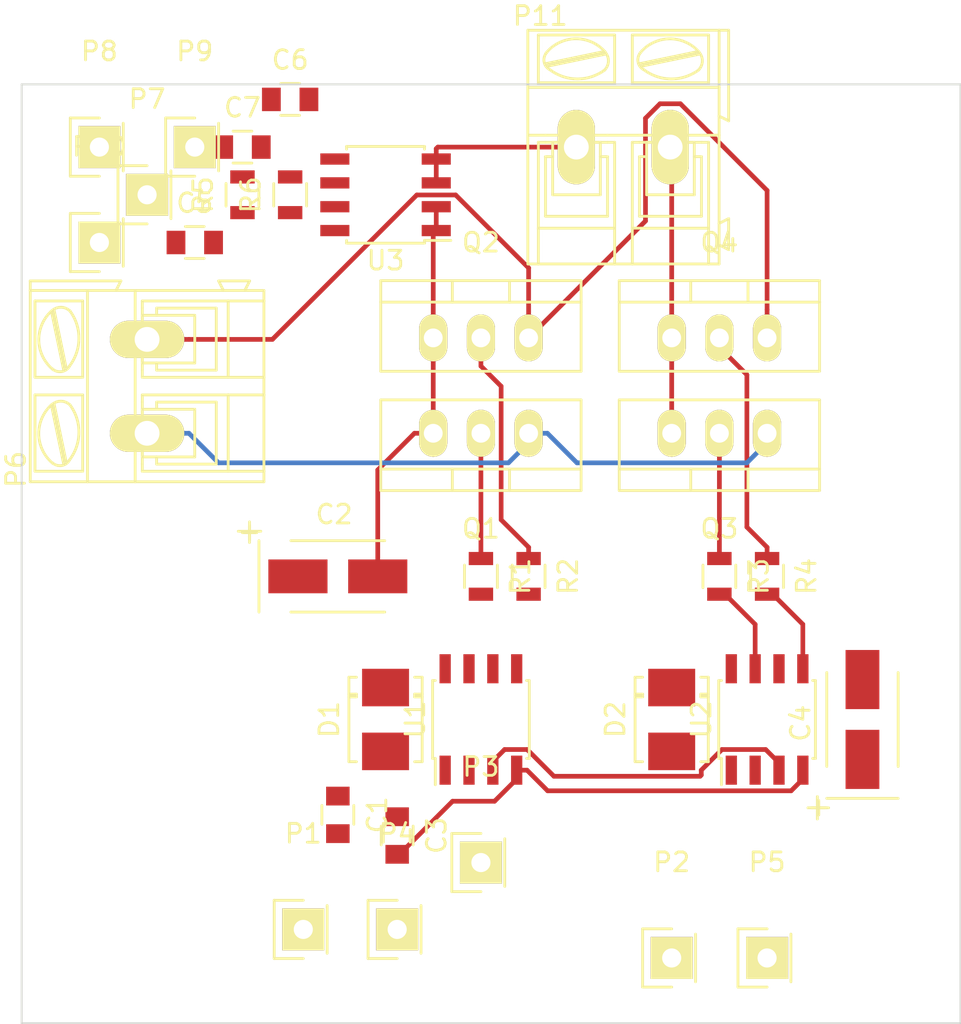
<source format=kicad_pcb>
(kicad_pcb (version 4) (host pcbnew "(2015-03-16 BZR 5519)-product")

  (general
    (links 55)
    (no_connects 55)
    (area 99.949999 49.949999 150.050001 100.050001)
    (thickness 1.6)
    (drawings 4)
    (tracks 77)
    (zones 0)
    (modules 33)
    (nets 25)
  )

  (page A4)
  (layers
    (0 F.Cu signal)
    (31 B.Cu signal)
    (32 B.Adhes user)
    (33 F.Adhes user)
    (34 B.Paste user)
    (35 F.Paste user)
    (36 B.SilkS user)
    (37 F.SilkS user)
    (38 B.Mask user)
    (39 F.Mask user)
    (40 Dwgs.User user)
    (41 Cmts.User user)
    (42 Eco1.User user)
    (43 Eco2.User user)
    (44 Edge.Cuts user)
    (45 Margin user)
    (46 B.CrtYd user)
    (47 F.CrtYd user)
    (48 B.Fab user)
    (49 F.Fab user)
  )

  (setup
    (last_trace_width 0.25)
    (trace_clearance 0.2)
    (zone_clearance 0.508)
    (zone_45_only no)
    (trace_min 0.2)
    (segment_width 0.2)
    (edge_width 0.1)
    (via_size 0.6)
    (via_drill 0.4)
    (via_min_size 0.4)
    (via_min_drill 0.3)
    (uvia_size 0.3)
    (uvia_drill 0.1)
    (uvias_allowed no)
    (uvia_min_size 0.2)
    (uvia_min_drill 0.1)
    (pcb_text_width 0.3)
    (pcb_text_size 1.5 1.5)
    (mod_edge_width 0.15)
    (mod_text_size 1 1)
    (mod_text_width 0.15)
    (pad_size 1.5 1.5)
    (pad_drill 0.6)
    (pad_to_mask_clearance 0)
    (aux_axis_origin 0 0)
    (visible_elements FFFFFF7F)
    (pcbplotparams
      (layerselection 0x00030_80000001)
      (usegerberextensions false)
      (excludeedgelayer true)
      (linewidth 0.100000)
      (plotframeref false)
      (viasonmask false)
      (mode 1)
      (useauxorigin false)
      (hpglpennumber 1)
      (hpglpenspeed 20)
      (hpglpendiameter 15)
      (hpglpenoverlay 2)
      (psnegative false)
      (psa4output false)
      (plotreference true)
      (plotvalue true)
      (plotinvisibletext false)
      (padsonsilk false)
      (subtractmaskfromsilk false)
      (outputformat 1)
      (mirror false)
      (drillshape 1)
      (scaleselection 1)
      (outputdirectory ""))
  )

  (net 0 "")
  (net 1 "Net-(C2-Pad1)")
  (net 2 "/Current Sensor/IP+")
  (net 3 "Net-(C4-Pad1)")
  (net 4 "/Current Sensor/AVCC")
  (net 5 GNDA)
  (net 6 "/Current Sensor/VOUT")
  (net 7 "/Current Sensor/~FAULT")
  (net 8 "/Current Sensor/IP-")
  (net 9 "Net-(Q1-Pad2)")
  (net 10 "Net-(Q2-Pad2)")
  (net 11 "Net-(Q3-Pad2)")
  (net 12 "Net-(Q4-Pad2)")
  (net 13 "Net-(R1-Pad2)")
  (net 14 "Net-(R2-Pad2)")
  (net 15 "Net-(R3-Pad2)")
  (net 16 "Net-(R4-Pad2)")
  (net 17 "Net-(R5-Pad2)")
  (net 18 "/Half Bridge 1/VCC")
  (net 19 "/Half Bridge 1/GND")
  (net 20 "/Half Bridge 2/OUT")
  (net 21 "/Half Bridge 1/IN")
  (net 22 "/Half Bridge 1/~SD")
  (net 23 "/Half Bridge 2/IN")
  (net 24 "/Half Bridge 1/VPP")

  (net_class Default "This is the default net class."
    (clearance 0.2)
    (trace_width 0.25)
    (via_dia 0.6)
    (via_drill 0.4)
    (uvia_dia 0.3)
    (uvia_drill 0.1)
    (add_net "/Current Sensor/AVCC")
    (add_net "/Current Sensor/IP+")
    (add_net "/Current Sensor/IP-")
    (add_net "/Current Sensor/VOUT")
    (add_net "/Current Sensor/~FAULT")
    (add_net "/Half Bridge 1/GND")
    (add_net "/Half Bridge 1/IN")
    (add_net "/Half Bridge 1/VCC")
    (add_net "/Half Bridge 1/VPP")
    (add_net "/Half Bridge 1/~SD")
    (add_net "/Half Bridge 2/IN")
    (add_net "/Half Bridge 2/OUT")
    (add_net GNDA)
    (add_net "Net-(C2-Pad1)")
    (add_net "Net-(C4-Pad1)")
    (add_net "Net-(Q1-Pad2)")
    (add_net "Net-(Q2-Pad2)")
    (add_net "Net-(Q3-Pad2)")
    (add_net "Net-(Q4-Pad2)")
    (add_net "Net-(R1-Pad2)")
    (add_net "Net-(R2-Pad2)")
    (add_net "Net-(R3-Pad2)")
    (add_net "Net-(R4-Pad2)")
    (add_net "Net-(R5-Pad2)")
  )

  (module Capacitors_SMD:C_0805 placed (layer F.Cu) (tedit 5415D6EA) (tstamp 55095CBE)
    (at 116.84 88.9 270)
    (descr "Capacitor SMD 0805, reflow soldering, AVX (see smccp.pdf)")
    (tags "capacitor 0805")
    (path /55081AC3/55083CBB)
    (attr smd)
    (fp_text reference C1 (at 0 -2.1 270) (layer F.SilkS)
      (effects (font (size 1 1) (thickness 0.15)))
    )
    (fp_text value C (at 0 2.1 270) (layer F.Fab)
      (effects (font (size 1 1) (thickness 0.15)))
    )
    (fp_line (start -1.8 -1) (end 1.8 -1) (layer F.CrtYd) (width 0.05))
    (fp_line (start -1.8 1) (end 1.8 1) (layer F.CrtYd) (width 0.05))
    (fp_line (start -1.8 -1) (end -1.8 1) (layer F.CrtYd) (width 0.05))
    (fp_line (start 1.8 -1) (end 1.8 1) (layer F.CrtYd) (width 0.05))
    (fp_line (start 0.5 -0.85) (end -0.5 -0.85) (layer F.SilkS) (width 0.15))
    (fp_line (start -0.5 0.85) (end 0.5 0.85) (layer F.SilkS) (width 0.15))
    (pad 1 smd rect (at -1 0 270) (size 1 1.25) (layers F.Cu F.Paste F.Mask)
      (net 18 "/Half Bridge 1/VCC"))
    (pad 2 smd rect (at 1 0 270) (size 1 1.25) (layers F.Cu F.Paste F.Mask)
      (net 19 "/Half Bridge 1/GND"))
    (model Capacitors_SMD.3dshapes/C_0805.wrl
      (at (xyz 0 0 0))
      (scale (xyz 1 1 1))
      (rotate (xyz 0 0 0))
    )
  )

  (module Capacitors_SMD:C_0805 placed (layer F.Cu) (tedit 5415D6EA) (tstamp 55095CCA)
    (at 120 90 270)
    (descr "Capacitor SMD 0805, reflow soldering, AVX (see smccp.pdf)")
    (tags "capacitor 0805")
    (path /550849D9/55083CBB)
    (attr smd)
    (fp_text reference C3 (at 0 -2.1 270) (layer F.SilkS)
      (effects (font (size 1 1) (thickness 0.15)))
    )
    (fp_text value C (at 0 2.1 270) (layer F.Fab)
      (effects (font (size 1 1) (thickness 0.15)))
    )
    (fp_line (start -1.8 -1) (end 1.8 -1) (layer F.CrtYd) (width 0.05))
    (fp_line (start -1.8 1) (end 1.8 1) (layer F.CrtYd) (width 0.05))
    (fp_line (start -1.8 -1) (end -1.8 1) (layer F.CrtYd) (width 0.05))
    (fp_line (start 1.8 -1) (end 1.8 1) (layer F.CrtYd) (width 0.05))
    (fp_line (start 0.5 -0.85) (end -0.5 -0.85) (layer F.SilkS) (width 0.15))
    (fp_line (start -0.5 0.85) (end 0.5 0.85) (layer F.SilkS) (width 0.15))
    (pad 1 smd rect (at -1 0 270) (size 1 1.25) (layers F.Cu F.Paste F.Mask)
      (net 18 "/Half Bridge 1/VCC"))
    (pad 2 smd rect (at 1 0 270) (size 1 1.25) (layers F.Cu F.Paste F.Mask)
      (net 19 "/Half Bridge 1/GND"))
    (model Capacitors_SMD.3dshapes/C_0805.wrl
      (at (xyz 0 0 0))
      (scale (xyz 1 1 1))
      (rotate (xyz 0 0 0))
    )
  )

  (module Capacitors_SMD:C_0805 placed (layer F.Cu) (tedit 5415D6EA) (tstamp 55095CD6)
    (at 109.22 58.42)
    (descr "Capacitor SMD 0805, reflow soldering, AVX (see smccp.pdf)")
    (tags "capacitor 0805")
    (path /550867F8/550869E6)
    (attr smd)
    (fp_text reference C5 (at 0 -2.1) (layer F.SilkS)
      (effects (font (size 1 1) (thickness 0.15)))
    )
    (fp_text value C (at 0 2.1) (layer F.Fab)
      (effects (font (size 1 1) (thickness 0.15)))
    )
    (fp_line (start -1.8 -1) (end 1.8 -1) (layer F.CrtYd) (width 0.05))
    (fp_line (start -1.8 1) (end 1.8 1) (layer F.CrtYd) (width 0.05))
    (fp_line (start -1.8 -1) (end -1.8 1) (layer F.CrtYd) (width 0.05))
    (fp_line (start 1.8 -1) (end 1.8 1) (layer F.CrtYd) (width 0.05))
    (fp_line (start 0.5 -0.85) (end -0.5 -0.85) (layer F.SilkS) (width 0.15))
    (fp_line (start -0.5 0.85) (end 0.5 0.85) (layer F.SilkS) (width 0.15))
    (pad 1 smd rect (at -1 0) (size 1 1.25) (layers F.Cu F.Paste F.Mask)
      (net 4 "/Current Sensor/AVCC"))
    (pad 2 smd rect (at 1 0) (size 1 1.25) (layers F.Cu F.Paste F.Mask)
      (net 5 GNDA))
    (model Capacitors_SMD.3dshapes/C_0805.wrl
      (at (xyz 0 0 0))
      (scale (xyz 1 1 1))
      (rotate (xyz 0 0 0))
    )
  )

  (module Capacitors_SMD:C_0805 placed (layer F.Cu) (tedit 5415D6EA) (tstamp 55095CDC)
    (at 114.3 50.8)
    (descr "Capacitor SMD 0805, reflow soldering, AVX (see smccp.pdf)")
    (tags "capacitor 0805")
    (path /550867F8/55086A19)
    (attr smd)
    (fp_text reference C6 (at 0 -2.1) (layer F.SilkS)
      (effects (font (size 1 1) (thickness 0.15)))
    )
    (fp_text value C (at 0 2.1) (layer F.Fab)
      (effects (font (size 1 1) (thickness 0.15)))
    )
    (fp_line (start -1.8 -1) (end 1.8 -1) (layer F.CrtYd) (width 0.05))
    (fp_line (start -1.8 1) (end 1.8 1) (layer F.CrtYd) (width 0.05))
    (fp_line (start -1.8 -1) (end -1.8 1) (layer F.CrtYd) (width 0.05))
    (fp_line (start 1.8 -1) (end 1.8 1) (layer F.CrtYd) (width 0.05))
    (fp_line (start 0.5 -0.85) (end -0.5 -0.85) (layer F.SilkS) (width 0.15))
    (fp_line (start -0.5 0.85) (end 0.5 0.85) (layer F.SilkS) (width 0.15))
    (pad 1 smd rect (at -1 0) (size 1 1.25) (layers F.Cu F.Paste F.Mask)
      (net 4 "/Current Sensor/AVCC"))
    (pad 2 smd rect (at 1 0) (size 1 1.25) (layers F.Cu F.Paste F.Mask)
      (net 5 GNDA))
    (model Capacitors_SMD.3dshapes/C_0805.wrl
      (at (xyz 0 0 0))
      (scale (xyz 1 1 1))
      (rotate (xyz 0 0 0))
    )
  )

  (module Capacitors_SMD:C_0805 placed (layer F.Cu) (tedit 5415D6EA) (tstamp 55095CE2)
    (at 111.76 53.34)
    (descr "Capacitor SMD 0805, reflow soldering, AVX (see smccp.pdf)")
    (tags "capacitor 0805")
    (path /550867F8/55086A55)
    (attr smd)
    (fp_text reference C7 (at 0 -2.1) (layer F.SilkS)
      (effects (font (size 1 1) (thickness 0.15)))
    )
    (fp_text value C (at 0 2.1) (layer F.Fab)
      (effects (font (size 1 1) (thickness 0.15)))
    )
    (fp_line (start -1.8 -1) (end 1.8 -1) (layer F.CrtYd) (width 0.05))
    (fp_line (start -1.8 1) (end 1.8 1) (layer F.CrtYd) (width 0.05))
    (fp_line (start -1.8 -1) (end -1.8 1) (layer F.CrtYd) (width 0.05))
    (fp_line (start 1.8 -1) (end 1.8 1) (layer F.CrtYd) (width 0.05))
    (fp_line (start 0.5 -0.85) (end -0.5 -0.85) (layer F.SilkS) (width 0.15))
    (fp_line (start -0.5 0.85) (end 0.5 0.85) (layer F.SilkS) (width 0.15))
    (pad 1 smd rect (at -1 0) (size 1 1.25) (layers F.Cu F.Paste F.Mask)
      (net 6 "/Current Sensor/VOUT"))
    (pad 2 smd rect (at 1 0) (size 1 1.25) (layers F.Cu F.Paste F.Mask)
      (net 5 GNDA))
    (model Capacitors_SMD.3dshapes/C_0805.wrl
      (at (xyz 0 0 0))
      (scale (xyz 1 1 1))
      (rotate (xyz 0 0 0))
    )
  )

  (module Socket_Strips:Socket_Strip_Straight_1x01 placed (layer F.Cu) (tedit 54E9F79C) (tstamp 55095CF3)
    (at 115 95)
    (descr "Through hole socket strip")
    (tags "socket strip")
    (path /55088612)
    (fp_text reference P1 (at 0 -5.1) (layer F.SilkS)
      (effects (font (size 1 1) (thickness 0.15)))
    )
    (fp_text value CONN_01X01 (at 0 -3.1) (layer F.Fab)
      (effects (font (size 1 1) (thickness 0.15)))
    )
    (fp_line (start -1.75 -1.75) (end -1.75 1.75) (layer F.CrtYd) (width 0.05))
    (fp_line (start 1.75 -1.75) (end 1.75 1.75) (layer F.CrtYd) (width 0.05))
    (fp_line (start -1.75 -1.75) (end 1.75 -1.75) (layer F.CrtYd) (width 0.05))
    (fp_line (start -1.75 1.75) (end 1.75 1.75) (layer F.CrtYd) (width 0.05))
    (fp_line (start 1.27 1.27) (end 1.27 -1.27) (layer F.SilkS) (width 0.15))
    (fp_line (start -1.55 -1.55) (end 0 -1.55) (layer F.SilkS) (width 0.15))
    (fp_line (start -1.55 -1.55) (end -1.55 1.55) (layer F.SilkS) (width 0.15))
    (fp_line (start -1.55 1.55) (end 0 1.55) (layer F.SilkS) (width 0.15))
    (pad 1 thru_hole rect (at 0 0) (size 2.2352 2.2352) (drill 1.016) (layers *.Cu *.Mask F.SilkS)
      (net 18 "/Half Bridge 1/VCC"))
    (model Socket_Strips.3dshapes/Socket_Strip_Straight_1x01.wrl
      (at (xyz 0 0 0))
      (scale (xyz 1 1 1))
      (rotate (xyz 0 0 180))
    )
  )

  (module Socket_Strips:Socket_Strip_Straight_1x01 placed (layer F.Cu) (tedit 54E9F79C) (tstamp 55095CF8)
    (at 134.62 96.52)
    (descr "Through hole socket strip")
    (tags "socket strip")
    (path /550886A2)
    (fp_text reference P2 (at 0 -5.1) (layer F.SilkS)
      (effects (font (size 1 1) (thickness 0.15)))
    )
    (fp_text value CONN_01X01 (at 0 -3.1) (layer F.Fab)
      (effects (font (size 1 1) (thickness 0.15)))
    )
    (fp_line (start -1.75 -1.75) (end -1.75 1.75) (layer F.CrtYd) (width 0.05))
    (fp_line (start 1.75 -1.75) (end 1.75 1.75) (layer F.CrtYd) (width 0.05))
    (fp_line (start -1.75 -1.75) (end 1.75 -1.75) (layer F.CrtYd) (width 0.05))
    (fp_line (start -1.75 1.75) (end 1.75 1.75) (layer F.CrtYd) (width 0.05))
    (fp_line (start 1.27 1.27) (end 1.27 -1.27) (layer F.SilkS) (width 0.15))
    (fp_line (start -1.55 -1.55) (end 0 -1.55) (layer F.SilkS) (width 0.15))
    (fp_line (start -1.55 -1.55) (end -1.55 1.55) (layer F.SilkS) (width 0.15))
    (fp_line (start -1.55 1.55) (end 0 1.55) (layer F.SilkS) (width 0.15))
    (pad 1 thru_hole rect (at 0 0) (size 2.2352 2.2352) (drill 1.016) (layers *.Cu *.Mask F.SilkS)
      (net 21 "/Half Bridge 1/IN"))
    (model Socket_Strips.3dshapes/Socket_Strip_Straight_1x01.wrl
      (at (xyz 0 0 0))
      (scale (xyz 1 1 1))
      (rotate (xyz 0 0 180))
    )
  )

  (module Socket_Strips:Socket_Strip_Straight_1x01 placed (layer F.Cu) (tedit 54E9F79C) (tstamp 55095CFD)
    (at 124.46 91.44)
    (descr "Through hole socket strip")
    (tags "socket strip")
    (path /5508876D)
    (fp_text reference P3 (at 0 -5.1) (layer F.SilkS)
      (effects (font (size 1 1) (thickness 0.15)))
    )
    (fp_text value CONN_01X01 (at 0 -3.1) (layer F.Fab)
      (effects (font (size 1 1) (thickness 0.15)))
    )
    (fp_line (start -1.75 -1.75) (end -1.75 1.75) (layer F.CrtYd) (width 0.05))
    (fp_line (start 1.75 -1.75) (end 1.75 1.75) (layer F.CrtYd) (width 0.05))
    (fp_line (start -1.75 -1.75) (end 1.75 -1.75) (layer F.CrtYd) (width 0.05))
    (fp_line (start -1.75 1.75) (end 1.75 1.75) (layer F.CrtYd) (width 0.05))
    (fp_line (start 1.27 1.27) (end 1.27 -1.27) (layer F.SilkS) (width 0.15))
    (fp_line (start -1.55 -1.55) (end 0 -1.55) (layer F.SilkS) (width 0.15))
    (fp_line (start -1.55 -1.55) (end -1.55 1.55) (layer F.SilkS) (width 0.15))
    (fp_line (start -1.55 1.55) (end 0 1.55) (layer F.SilkS) (width 0.15))
    (pad 1 thru_hole rect (at 0 0) (size 2.2352 2.2352) (drill 1.016) (layers *.Cu *.Mask F.SilkS)
      (net 22 "/Half Bridge 1/~SD"))
    (model Socket_Strips.3dshapes/Socket_Strip_Straight_1x01.wrl
      (at (xyz 0 0 0))
      (scale (xyz 1 1 1))
      (rotate (xyz 0 0 180))
    )
  )

  (module Socket_Strips:Socket_Strip_Straight_1x01 placed (layer F.Cu) (tedit 54E9F79C) (tstamp 55095D02)
    (at 120 95)
    (descr "Through hole socket strip")
    (tags "socket strip")
    (path /550887CD)
    (fp_text reference P4 (at 0 -5.1) (layer F.SilkS)
      (effects (font (size 1 1) (thickness 0.15)))
    )
    (fp_text value CONN_01X01 (at 0 -3.1) (layer F.Fab)
      (effects (font (size 1 1) (thickness 0.15)))
    )
    (fp_line (start -1.75 -1.75) (end -1.75 1.75) (layer F.CrtYd) (width 0.05))
    (fp_line (start 1.75 -1.75) (end 1.75 1.75) (layer F.CrtYd) (width 0.05))
    (fp_line (start -1.75 -1.75) (end 1.75 -1.75) (layer F.CrtYd) (width 0.05))
    (fp_line (start -1.75 1.75) (end 1.75 1.75) (layer F.CrtYd) (width 0.05))
    (fp_line (start 1.27 1.27) (end 1.27 -1.27) (layer F.SilkS) (width 0.15))
    (fp_line (start -1.55 -1.55) (end 0 -1.55) (layer F.SilkS) (width 0.15))
    (fp_line (start -1.55 -1.55) (end -1.55 1.55) (layer F.SilkS) (width 0.15))
    (fp_line (start -1.55 1.55) (end 0 1.55) (layer F.SilkS) (width 0.15))
    (pad 1 thru_hole rect (at 0 0) (size 2.2352 2.2352) (drill 1.016) (layers *.Cu *.Mask F.SilkS)
      (net 19 "/Half Bridge 1/GND"))
    (model Socket_Strips.3dshapes/Socket_Strip_Straight_1x01.wrl
      (at (xyz 0 0 0))
      (scale (xyz 1 1 1))
      (rotate (xyz 0 0 180))
    )
  )

  (module Socket_Strips:Socket_Strip_Straight_1x01 placed (layer F.Cu) (tedit 54E9F79C) (tstamp 55095D07)
    (at 139.7 96.52)
    (descr "Through hole socket strip")
    (tags "socket strip")
    (path /55088A3F)
    (fp_text reference P5 (at 0 -5.1) (layer F.SilkS)
      (effects (font (size 1 1) (thickness 0.15)))
    )
    (fp_text value CONN_01X01 (at 0 -3.1) (layer F.Fab)
      (effects (font (size 1 1) (thickness 0.15)))
    )
    (fp_line (start -1.75 -1.75) (end -1.75 1.75) (layer F.CrtYd) (width 0.05))
    (fp_line (start 1.75 -1.75) (end 1.75 1.75) (layer F.CrtYd) (width 0.05))
    (fp_line (start -1.75 -1.75) (end 1.75 -1.75) (layer F.CrtYd) (width 0.05))
    (fp_line (start -1.75 1.75) (end 1.75 1.75) (layer F.CrtYd) (width 0.05))
    (fp_line (start 1.27 1.27) (end 1.27 -1.27) (layer F.SilkS) (width 0.15))
    (fp_line (start -1.55 -1.55) (end 0 -1.55) (layer F.SilkS) (width 0.15))
    (fp_line (start -1.55 -1.55) (end -1.55 1.55) (layer F.SilkS) (width 0.15))
    (fp_line (start -1.55 1.55) (end 0 1.55) (layer F.SilkS) (width 0.15))
    (pad 1 thru_hole rect (at 0 0) (size 2.2352 2.2352) (drill 1.016) (layers *.Cu *.Mask F.SilkS)
      (net 23 "/Half Bridge 2/IN"))
    (model Socket_Strips.3dshapes/Socket_Strip_Straight_1x01.wrl
      (at (xyz 0 0 0))
      (scale (xyz 1 1 1))
      (rotate (xyz 0 0 180))
    )
  )

  (module Socket_Strips:Socket_Strip_Straight_1x01 placed (layer F.Cu) (tedit 54E9F79C) (tstamp 55095D12)
    (at 106.68 55.88)
    (descr "Through hole socket strip")
    (tags "socket strip")
    (path /55088C88)
    (fp_text reference P7 (at 0 -5.1) (layer F.SilkS)
      (effects (font (size 1 1) (thickness 0.15)))
    )
    (fp_text value CONN_01X01 (at 0 -3.1) (layer F.Fab)
      (effects (font (size 1 1) (thickness 0.15)))
    )
    (fp_line (start -1.75 -1.75) (end -1.75 1.75) (layer F.CrtYd) (width 0.05))
    (fp_line (start 1.75 -1.75) (end 1.75 1.75) (layer F.CrtYd) (width 0.05))
    (fp_line (start -1.75 -1.75) (end 1.75 -1.75) (layer F.CrtYd) (width 0.05))
    (fp_line (start -1.75 1.75) (end 1.75 1.75) (layer F.CrtYd) (width 0.05))
    (fp_line (start 1.27 1.27) (end 1.27 -1.27) (layer F.SilkS) (width 0.15))
    (fp_line (start -1.55 -1.55) (end 0 -1.55) (layer F.SilkS) (width 0.15))
    (fp_line (start -1.55 -1.55) (end -1.55 1.55) (layer F.SilkS) (width 0.15))
    (fp_line (start -1.55 1.55) (end 0 1.55) (layer F.SilkS) (width 0.15))
    (pad 1 thru_hole rect (at 0 0) (size 2.2352 2.2352) (drill 1.016) (layers *.Cu *.Mask F.SilkS)
      (net 4 "/Current Sensor/AVCC"))
    (model Socket_Strips.3dshapes/Socket_Strip_Straight_1x01.wrl
      (at (xyz 0 0 0))
      (scale (xyz 1 1 1))
      (rotate (xyz 0 0 180))
    )
  )

  (module Socket_Strips:Socket_Strip_Straight_1x01 placed (layer F.Cu) (tedit 54E9F79C) (tstamp 55095D17)
    (at 104.14 53.34)
    (descr "Through hole socket strip")
    (tags "socket strip")
    (path /55088D2D)
    (fp_text reference P8 (at 0 -5.1) (layer F.SilkS)
      (effects (font (size 1 1) (thickness 0.15)))
    )
    (fp_text value CONN_01X01 (at 0 -3.1) (layer F.Fab)
      (effects (font (size 1 1) (thickness 0.15)))
    )
    (fp_line (start -1.75 -1.75) (end -1.75 1.75) (layer F.CrtYd) (width 0.05))
    (fp_line (start 1.75 -1.75) (end 1.75 1.75) (layer F.CrtYd) (width 0.05))
    (fp_line (start -1.75 -1.75) (end 1.75 -1.75) (layer F.CrtYd) (width 0.05))
    (fp_line (start -1.75 1.75) (end 1.75 1.75) (layer F.CrtYd) (width 0.05))
    (fp_line (start 1.27 1.27) (end 1.27 -1.27) (layer F.SilkS) (width 0.15))
    (fp_line (start -1.55 -1.55) (end 0 -1.55) (layer F.SilkS) (width 0.15))
    (fp_line (start -1.55 -1.55) (end -1.55 1.55) (layer F.SilkS) (width 0.15))
    (fp_line (start -1.55 1.55) (end 0 1.55) (layer F.SilkS) (width 0.15))
    (pad 1 thru_hole rect (at 0 0) (size 2.2352 2.2352) (drill 1.016) (layers *.Cu *.Mask F.SilkS)
      (net 5 GNDA))
    (model Socket_Strips.3dshapes/Socket_Strip_Straight_1x01.wrl
      (at (xyz 0 0 0))
      (scale (xyz 1 1 1))
      (rotate (xyz 0 0 180))
    )
  )

  (module Socket_Strips:Socket_Strip_Straight_1x01 placed (layer F.Cu) (tedit 54E9F79C) (tstamp 55095D1C)
    (at 109.22 53.34)
    (descr "Through hole socket strip")
    (tags "socket strip")
    (path /55088D95)
    (fp_text reference P9 (at 0 -5.1) (layer F.SilkS)
      (effects (font (size 1 1) (thickness 0.15)))
    )
    (fp_text value CONN_01X01 (at 0 -3.1) (layer F.Fab)
      (effects (font (size 1 1) (thickness 0.15)))
    )
    (fp_line (start -1.75 -1.75) (end -1.75 1.75) (layer F.CrtYd) (width 0.05))
    (fp_line (start 1.75 -1.75) (end 1.75 1.75) (layer F.CrtYd) (width 0.05))
    (fp_line (start -1.75 -1.75) (end 1.75 -1.75) (layer F.CrtYd) (width 0.05))
    (fp_line (start -1.75 1.75) (end 1.75 1.75) (layer F.CrtYd) (width 0.05))
    (fp_line (start 1.27 1.27) (end 1.27 -1.27) (layer F.SilkS) (width 0.15))
    (fp_line (start -1.55 -1.55) (end 0 -1.55) (layer F.SilkS) (width 0.15))
    (fp_line (start -1.55 -1.55) (end -1.55 1.55) (layer F.SilkS) (width 0.15))
    (fp_line (start -1.55 1.55) (end 0 1.55) (layer F.SilkS) (width 0.15))
    (pad 1 thru_hole rect (at 0 0) (size 2.2352 2.2352) (drill 1.016) (layers *.Cu *.Mask F.SilkS)
      (net 7 "/Current Sensor/~FAULT"))
    (model Socket_Strips.3dshapes/Socket_Strip_Straight_1x01.wrl
      (at (xyz 0 0 0))
      (scale (xyz 1 1 1))
      (rotate (xyz 0 0 180))
    )
  )

  (module Socket_Strips:Socket_Strip_Straight_1x01 placed (layer F.Cu) (tedit 54E9F79C) (tstamp 55095D21)
    (at 104.14 58.42)
    (descr "Through hole socket strip")
    (tags "socket strip")
    (path /55088E28)
    (fp_text reference P10 (at 0 -5.1) (layer F.SilkS)
      (effects (font (size 1 1) (thickness 0.15)))
    )
    (fp_text value CONN_01X01 (at 0 -3.1) (layer F.Fab)
      (effects (font (size 1 1) (thickness 0.15)))
    )
    (fp_line (start -1.75 -1.75) (end -1.75 1.75) (layer F.CrtYd) (width 0.05))
    (fp_line (start 1.75 -1.75) (end 1.75 1.75) (layer F.CrtYd) (width 0.05))
    (fp_line (start -1.75 -1.75) (end 1.75 -1.75) (layer F.CrtYd) (width 0.05))
    (fp_line (start -1.75 1.75) (end 1.75 1.75) (layer F.CrtYd) (width 0.05))
    (fp_line (start 1.27 1.27) (end 1.27 -1.27) (layer F.SilkS) (width 0.15))
    (fp_line (start -1.55 -1.55) (end 0 -1.55) (layer F.SilkS) (width 0.15))
    (fp_line (start -1.55 -1.55) (end -1.55 1.55) (layer F.SilkS) (width 0.15))
    (fp_line (start -1.55 1.55) (end 0 1.55) (layer F.SilkS) (width 0.15))
    (pad 1 thru_hole rect (at 0 0) (size 2.2352 2.2352) (drill 1.016) (layers *.Cu *.Mask F.SilkS)
      (net 6 "/Current Sensor/VOUT"))
    (model Socket_Strips.3dshapes/Socket_Strip_Straight_1x01.wrl
      (at (xyz 0 0 0))
      (scale (xyz 1 1 1))
      (rotate (xyz 0 0 180))
    )
  )

  (module Transistors_TO-220:TO-220_Neutral123_Vertical placed (layer F.Cu) (tedit 0) (tstamp 55095D2E)
    (at 124.46 68.58 180)
    (descr "TO-220, Neutral, Vertical,")
    (tags "TO-220, Neutral, Vertical,")
    (path /55081AC3/55083CE9)
    (fp_text reference Q1 (at 0 -5.08 180) (layer F.SilkS)
      (effects (font (size 1 1) (thickness 0.15)))
    )
    (fp_text value Q_NMOS_DGS (at 0 3.81 180) (layer F.Fab)
      (effects (font (size 1 1) (thickness 0.15)))
    )
    (fp_line (start -1.524 -3.048) (end -1.524 -1.905) (layer F.SilkS) (width 0.15))
    (fp_line (start 1.524 -3.048) (end 1.524 -1.905) (layer F.SilkS) (width 0.15))
    (fp_line (start 5.334 -1.905) (end 5.334 1.778) (layer F.SilkS) (width 0.15))
    (fp_line (start 5.334 1.778) (end -5.334 1.778) (layer F.SilkS) (width 0.15))
    (fp_line (start -5.334 1.778) (end -5.334 -1.905) (layer F.SilkS) (width 0.15))
    (fp_line (start 5.334 -3.048) (end 5.334 -1.905) (layer F.SilkS) (width 0.15))
    (fp_line (start 5.334 -1.905) (end -5.334 -1.905) (layer F.SilkS) (width 0.15))
    (fp_line (start -5.334 -1.905) (end -5.334 -3.048) (layer F.SilkS) (width 0.15))
    (fp_line (start 0 -3.048) (end -5.334 -3.048) (layer F.SilkS) (width 0.15))
    (fp_line (start 0 -3.048) (end 5.334 -3.048) (layer F.SilkS) (width 0.15))
    (pad 2 thru_hole oval (at 0 0 270) (size 2.49936 1.50114) (drill 1.00076) (layers *.Cu *.Mask F.SilkS)
      (net 9 "Net-(Q1-Pad2)"))
    (pad 1 thru_hole oval (at -2.54 0 270) (size 2.49936 1.50114) (drill 1.00076) (layers *.Cu *.Mask F.SilkS)
      (net 24 "/Half Bridge 1/VPP"))
    (pad 3 thru_hole oval (at 2.54 0 270) (size 2.49936 1.50114) (drill 1.00076) (layers *.Cu *.Mask F.SilkS)
      (net 2 "/Current Sensor/IP+"))
    (model Transistors_TO-220.3dshapes/TO-220_Neutral123_Vertical.wrl
      (at (xyz 0 0 0))
      (scale (xyz 0.3937 0.3937 0.3937))
      (rotate (xyz 0 0 0))
    )
  )

  (module Transistors_TO-220:TO-220_Neutral123_Vertical placed (layer F.Cu) (tedit 0) (tstamp 55095D35)
    (at 124.46 63.5)
    (descr "TO-220, Neutral, Vertical,")
    (tags "TO-220, Neutral, Vertical,")
    (path /55081AC3/55083CE2)
    (fp_text reference Q2 (at 0 -5.08) (layer F.SilkS)
      (effects (font (size 1 1) (thickness 0.15)))
    )
    (fp_text value Q_NMOS_DGS (at 0 3.81) (layer F.Fab)
      (effects (font (size 1 1) (thickness 0.15)))
    )
    (fp_line (start -1.524 -3.048) (end -1.524 -1.905) (layer F.SilkS) (width 0.15))
    (fp_line (start 1.524 -3.048) (end 1.524 -1.905) (layer F.SilkS) (width 0.15))
    (fp_line (start 5.334 -1.905) (end 5.334 1.778) (layer F.SilkS) (width 0.15))
    (fp_line (start 5.334 1.778) (end -5.334 1.778) (layer F.SilkS) (width 0.15))
    (fp_line (start -5.334 1.778) (end -5.334 -1.905) (layer F.SilkS) (width 0.15))
    (fp_line (start 5.334 -3.048) (end 5.334 -1.905) (layer F.SilkS) (width 0.15))
    (fp_line (start 5.334 -1.905) (end -5.334 -1.905) (layer F.SilkS) (width 0.15))
    (fp_line (start -5.334 -1.905) (end -5.334 -3.048) (layer F.SilkS) (width 0.15))
    (fp_line (start 0 -3.048) (end -5.334 -3.048) (layer F.SilkS) (width 0.15))
    (fp_line (start 0 -3.048) (end 5.334 -3.048) (layer F.SilkS) (width 0.15))
    (pad 2 thru_hole oval (at 0 0 90) (size 2.49936 1.50114) (drill 1.00076) (layers *.Cu *.Mask F.SilkS)
      (net 10 "Net-(Q2-Pad2)"))
    (pad 1 thru_hole oval (at -2.54 0 90) (size 2.49936 1.50114) (drill 1.00076) (layers *.Cu *.Mask F.SilkS)
      (net 2 "/Current Sensor/IP+"))
    (pad 3 thru_hole oval (at 2.54 0 90) (size 2.49936 1.50114) (drill 1.00076) (layers *.Cu *.Mask F.SilkS)
      (net 19 "/Half Bridge 1/GND"))
    (model Transistors_TO-220.3dshapes/TO-220_Neutral123_Vertical.wrl
      (at (xyz 0 0 0))
      (scale (xyz 0.3937 0.3937 0.3937))
      (rotate (xyz 0 0 0))
    )
  )

  (module Transistors_TO-220:TO-220_Neutral123_Vertical placed (layer F.Cu) (tedit 0) (tstamp 55095D3C)
    (at 137.16 68.58 180)
    (descr "TO-220, Neutral, Vertical,")
    (tags "TO-220, Neutral, Vertical,")
    (path /550849D9/55083CE9)
    (fp_text reference Q3 (at 0 -5.08 180) (layer F.SilkS)
      (effects (font (size 1 1) (thickness 0.15)))
    )
    (fp_text value Q_NMOS_DGS (at 0 3.81 180) (layer F.Fab)
      (effects (font (size 1 1) (thickness 0.15)))
    )
    (fp_line (start -1.524 -3.048) (end -1.524 -1.905) (layer F.SilkS) (width 0.15))
    (fp_line (start 1.524 -3.048) (end 1.524 -1.905) (layer F.SilkS) (width 0.15))
    (fp_line (start 5.334 -1.905) (end 5.334 1.778) (layer F.SilkS) (width 0.15))
    (fp_line (start 5.334 1.778) (end -5.334 1.778) (layer F.SilkS) (width 0.15))
    (fp_line (start -5.334 1.778) (end -5.334 -1.905) (layer F.SilkS) (width 0.15))
    (fp_line (start 5.334 -3.048) (end 5.334 -1.905) (layer F.SilkS) (width 0.15))
    (fp_line (start 5.334 -1.905) (end -5.334 -1.905) (layer F.SilkS) (width 0.15))
    (fp_line (start -5.334 -1.905) (end -5.334 -3.048) (layer F.SilkS) (width 0.15))
    (fp_line (start 0 -3.048) (end -5.334 -3.048) (layer F.SilkS) (width 0.15))
    (fp_line (start 0 -3.048) (end 5.334 -3.048) (layer F.SilkS) (width 0.15))
    (pad 2 thru_hole oval (at 0 0 270) (size 2.49936 1.50114) (drill 1.00076) (layers *.Cu *.Mask F.SilkS)
      (net 11 "Net-(Q3-Pad2)"))
    (pad 1 thru_hole oval (at -2.54 0 270) (size 2.49936 1.50114) (drill 1.00076) (layers *.Cu *.Mask F.SilkS)
      (net 24 "/Half Bridge 1/VPP"))
    (pad 3 thru_hole oval (at 2.54 0 270) (size 2.49936 1.50114) (drill 1.00076) (layers *.Cu *.Mask F.SilkS)
      (net 20 "/Half Bridge 2/OUT"))
    (model Transistors_TO-220.3dshapes/TO-220_Neutral123_Vertical.wrl
      (at (xyz 0 0 0))
      (scale (xyz 0.3937 0.3937 0.3937))
      (rotate (xyz 0 0 0))
    )
  )

  (module Transistors_TO-220:TO-220_Neutral123_Vertical placed (layer F.Cu) (tedit 0) (tstamp 55095D43)
    (at 137.16 63.5)
    (descr "TO-220, Neutral, Vertical,")
    (tags "TO-220, Neutral, Vertical,")
    (path /550849D9/55083CE2)
    (fp_text reference Q4 (at 0 -5.08) (layer F.SilkS)
      (effects (font (size 1 1) (thickness 0.15)))
    )
    (fp_text value Q_NMOS_DGS (at 0 3.81) (layer F.Fab)
      (effects (font (size 1 1) (thickness 0.15)))
    )
    (fp_line (start -1.524 -3.048) (end -1.524 -1.905) (layer F.SilkS) (width 0.15))
    (fp_line (start 1.524 -3.048) (end 1.524 -1.905) (layer F.SilkS) (width 0.15))
    (fp_line (start 5.334 -1.905) (end 5.334 1.778) (layer F.SilkS) (width 0.15))
    (fp_line (start 5.334 1.778) (end -5.334 1.778) (layer F.SilkS) (width 0.15))
    (fp_line (start -5.334 1.778) (end -5.334 -1.905) (layer F.SilkS) (width 0.15))
    (fp_line (start 5.334 -3.048) (end 5.334 -1.905) (layer F.SilkS) (width 0.15))
    (fp_line (start 5.334 -1.905) (end -5.334 -1.905) (layer F.SilkS) (width 0.15))
    (fp_line (start -5.334 -1.905) (end -5.334 -3.048) (layer F.SilkS) (width 0.15))
    (fp_line (start 0 -3.048) (end -5.334 -3.048) (layer F.SilkS) (width 0.15))
    (fp_line (start 0 -3.048) (end 5.334 -3.048) (layer F.SilkS) (width 0.15))
    (pad 2 thru_hole oval (at 0 0 90) (size 2.49936 1.50114) (drill 1.00076) (layers *.Cu *.Mask F.SilkS)
      (net 12 "Net-(Q4-Pad2)"))
    (pad 1 thru_hole oval (at -2.54 0 90) (size 2.49936 1.50114) (drill 1.00076) (layers *.Cu *.Mask F.SilkS)
      (net 20 "/Half Bridge 2/OUT"))
    (pad 3 thru_hole oval (at 2.54 0 90) (size 2.49936 1.50114) (drill 1.00076) (layers *.Cu *.Mask F.SilkS)
      (net 19 "/Half Bridge 1/GND"))
    (model Transistors_TO-220.3dshapes/TO-220_Neutral123_Vertical.wrl
      (at (xyz 0 0 0))
      (scale (xyz 0.3937 0.3937 0.3937))
      (rotate (xyz 0 0 0))
    )
  )

  (module Resistors_SMD:R_0805 placed (layer F.Cu) (tedit 5415CDEB) (tstamp 55095D49)
    (at 124.46 76.2 270)
    (descr "Resistor SMD 0805, reflow soldering, Vishay (see dcrcw.pdf)")
    (tags "resistor 0805")
    (path /55081AC3/55083CDB)
    (attr smd)
    (fp_text reference R1 (at 0 -2.1 270) (layer F.SilkS)
      (effects (font (size 1 1) (thickness 0.15)))
    )
    (fp_text value R (at 0 2.1 270) (layer F.Fab)
      (effects (font (size 1 1) (thickness 0.15)))
    )
    (fp_line (start -1.6 -1) (end 1.6 -1) (layer F.CrtYd) (width 0.05))
    (fp_line (start -1.6 1) (end 1.6 1) (layer F.CrtYd) (width 0.05))
    (fp_line (start -1.6 -1) (end -1.6 1) (layer F.CrtYd) (width 0.05))
    (fp_line (start 1.6 -1) (end 1.6 1) (layer F.CrtYd) (width 0.05))
    (fp_line (start 0.6 0.875) (end -0.6 0.875) (layer F.SilkS) (width 0.15))
    (fp_line (start -0.6 -0.875) (end 0.6 -0.875) (layer F.SilkS) (width 0.15))
    (pad 1 smd rect (at -0.95 0 270) (size 0.7 1.3) (layers F.Cu F.Paste F.Mask)
      (net 9 "Net-(Q1-Pad2)"))
    (pad 2 smd rect (at 0.95 0 270) (size 0.7 1.3) (layers F.Cu F.Paste F.Mask)
      (net 13 "Net-(R1-Pad2)"))
    (model Resistors_SMD.3dshapes/R_0805.wrl
      (at (xyz 0 0 0))
      (scale (xyz 1 1 1))
      (rotate (xyz 0 0 0))
    )
  )

  (module Resistors_SMD:R_0805 placed (layer F.Cu) (tedit 5415CDEB) (tstamp 55095D4F)
    (at 127 76.2 270)
    (descr "Resistor SMD 0805, reflow soldering, Vishay (see dcrcw.pdf)")
    (tags "resistor 0805")
    (path /55081AC3/55083CD4)
    (attr smd)
    (fp_text reference R2 (at 0 -2.1 270) (layer F.SilkS)
      (effects (font (size 1 1) (thickness 0.15)))
    )
    (fp_text value R (at 0 2.1 270) (layer F.Fab)
      (effects (font (size 1 1) (thickness 0.15)))
    )
    (fp_line (start -1.6 -1) (end 1.6 -1) (layer F.CrtYd) (width 0.05))
    (fp_line (start -1.6 1) (end 1.6 1) (layer F.CrtYd) (width 0.05))
    (fp_line (start -1.6 -1) (end -1.6 1) (layer F.CrtYd) (width 0.05))
    (fp_line (start 1.6 -1) (end 1.6 1) (layer F.CrtYd) (width 0.05))
    (fp_line (start 0.6 0.875) (end -0.6 0.875) (layer F.SilkS) (width 0.15))
    (fp_line (start -0.6 -0.875) (end 0.6 -0.875) (layer F.SilkS) (width 0.15))
    (pad 1 smd rect (at -0.95 0 270) (size 0.7 1.3) (layers F.Cu F.Paste F.Mask)
      (net 10 "Net-(Q2-Pad2)"))
    (pad 2 smd rect (at 0.95 0 270) (size 0.7 1.3) (layers F.Cu F.Paste F.Mask)
      (net 14 "Net-(R2-Pad2)"))
    (model Resistors_SMD.3dshapes/R_0805.wrl
      (at (xyz 0 0 0))
      (scale (xyz 1 1 1))
      (rotate (xyz 0 0 0))
    )
  )

  (module Resistors_SMD:R_0805 placed (layer F.Cu) (tedit 5415CDEB) (tstamp 55095D55)
    (at 137.16 76.2 270)
    (descr "Resistor SMD 0805, reflow soldering, Vishay (see dcrcw.pdf)")
    (tags "resistor 0805")
    (path /550849D9/55083CDB)
    (attr smd)
    (fp_text reference R3 (at 0 -2.1 270) (layer F.SilkS)
      (effects (font (size 1 1) (thickness 0.15)))
    )
    (fp_text value R (at 0 2.1 270) (layer F.Fab)
      (effects (font (size 1 1) (thickness 0.15)))
    )
    (fp_line (start -1.6 -1) (end 1.6 -1) (layer F.CrtYd) (width 0.05))
    (fp_line (start -1.6 1) (end 1.6 1) (layer F.CrtYd) (width 0.05))
    (fp_line (start -1.6 -1) (end -1.6 1) (layer F.CrtYd) (width 0.05))
    (fp_line (start 1.6 -1) (end 1.6 1) (layer F.CrtYd) (width 0.05))
    (fp_line (start 0.6 0.875) (end -0.6 0.875) (layer F.SilkS) (width 0.15))
    (fp_line (start -0.6 -0.875) (end 0.6 -0.875) (layer F.SilkS) (width 0.15))
    (pad 1 smd rect (at -0.95 0 270) (size 0.7 1.3) (layers F.Cu F.Paste F.Mask)
      (net 11 "Net-(Q3-Pad2)"))
    (pad 2 smd rect (at 0.95 0 270) (size 0.7 1.3) (layers F.Cu F.Paste F.Mask)
      (net 15 "Net-(R3-Pad2)"))
    (model Resistors_SMD.3dshapes/R_0805.wrl
      (at (xyz 0 0 0))
      (scale (xyz 1 1 1))
      (rotate (xyz 0 0 0))
    )
  )

  (module Resistors_SMD:R_0805 placed (layer F.Cu) (tedit 5415CDEB) (tstamp 55095D5B)
    (at 139.7 76.2 270)
    (descr "Resistor SMD 0805, reflow soldering, Vishay (see dcrcw.pdf)")
    (tags "resistor 0805")
    (path /550849D9/55083CD4)
    (attr smd)
    (fp_text reference R4 (at 0 -2.1 270) (layer F.SilkS)
      (effects (font (size 1 1) (thickness 0.15)))
    )
    (fp_text value R (at 0 2.1 270) (layer F.Fab)
      (effects (font (size 1 1) (thickness 0.15)))
    )
    (fp_line (start -1.6 -1) (end 1.6 -1) (layer F.CrtYd) (width 0.05))
    (fp_line (start -1.6 1) (end 1.6 1) (layer F.CrtYd) (width 0.05))
    (fp_line (start -1.6 -1) (end -1.6 1) (layer F.CrtYd) (width 0.05))
    (fp_line (start 1.6 -1) (end 1.6 1) (layer F.CrtYd) (width 0.05))
    (fp_line (start 0.6 0.875) (end -0.6 0.875) (layer F.SilkS) (width 0.15))
    (fp_line (start -0.6 -0.875) (end 0.6 -0.875) (layer F.SilkS) (width 0.15))
    (pad 1 smd rect (at -0.95 0 270) (size 0.7 1.3) (layers F.Cu F.Paste F.Mask)
      (net 12 "Net-(Q4-Pad2)"))
    (pad 2 smd rect (at 0.95 0 270) (size 0.7 1.3) (layers F.Cu F.Paste F.Mask)
      (net 16 "Net-(R4-Pad2)"))
    (model Resistors_SMD.3dshapes/R_0805.wrl
      (at (xyz 0 0 0))
      (scale (xyz 1 1 1))
      (rotate (xyz 0 0 0))
    )
  )

  (module Resistors_SMD:R_0805 placed (layer F.Cu) (tedit 5415CDEB) (tstamp 55095D61)
    (at 111.76 55.88 90)
    (descr "Resistor SMD 0805, reflow soldering, Vishay (see dcrcw.pdf)")
    (tags "resistor 0805")
    (path /550867F8/55086A70)
    (attr smd)
    (fp_text reference R5 (at 0 -2.1 90) (layer F.SilkS)
      (effects (font (size 1 1) (thickness 0.15)))
    )
    (fp_text value R (at 0 2.1 90) (layer F.Fab)
      (effects (font (size 1 1) (thickness 0.15)))
    )
    (fp_line (start -1.6 -1) (end 1.6 -1) (layer F.CrtYd) (width 0.05))
    (fp_line (start -1.6 1) (end 1.6 1) (layer F.CrtYd) (width 0.05))
    (fp_line (start -1.6 -1) (end -1.6 1) (layer F.CrtYd) (width 0.05))
    (fp_line (start 1.6 -1) (end 1.6 1) (layer F.CrtYd) (width 0.05))
    (fp_line (start 0.6 0.875) (end -0.6 0.875) (layer F.SilkS) (width 0.15))
    (fp_line (start -0.6 -0.875) (end 0.6 -0.875) (layer F.SilkS) (width 0.15))
    (pad 1 smd rect (at -0.95 0 90) (size 0.7 1.3) (layers F.Cu F.Paste F.Mask)
      (net 6 "/Current Sensor/VOUT"))
    (pad 2 smd rect (at 0.95 0 90) (size 0.7 1.3) (layers F.Cu F.Paste F.Mask)
      (net 17 "Net-(R5-Pad2)"))
    (model Resistors_SMD.3dshapes/R_0805.wrl
      (at (xyz 0 0 0))
      (scale (xyz 1 1 1))
      (rotate (xyz 0 0 0))
    )
  )

  (module Resistors_SMD:R_0805 placed (layer F.Cu) (tedit 5415CDEB) (tstamp 55095D67)
    (at 114.3 55.88 90)
    (descr "Resistor SMD 0805, reflow soldering, Vishay (see dcrcw.pdf)")
    (tags "resistor 0805")
    (path /550867F8/55086B00)
    (attr smd)
    (fp_text reference R6 (at 0 -2.1 90) (layer F.SilkS)
      (effects (font (size 1 1) (thickness 0.15)))
    )
    (fp_text value R (at 0 2.1 90) (layer F.Fab)
      (effects (font (size 1 1) (thickness 0.15)))
    )
    (fp_line (start -1.6 -1) (end 1.6 -1) (layer F.CrtYd) (width 0.05))
    (fp_line (start -1.6 1) (end 1.6 1) (layer F.CrtYd) (width 0.05))
    (fp_line (start -1.6 -1) (end -1.6 1) (layer F.CrtYd) (width 0.05))
    (fp_line (start 1.6 -1) (end 1.6 1) (layer F.CrtYd) (width 0.05))
    (fp_line (start 0.6 0.875) (end -0.6 0.875) (layer F.SilkS) (width 0.15))
    (fp_line (start -0.6 -0.875) (end 0.6 -0.875) (layer F.SilkS) (width 0.15))
    (pad 1 smd rect (at -0.95 0 90) (size 0.7 1.3) (layers F.Cu F.Paste F.Mask)
      (net 4 "/Current Sensor/AVCC"))
    (pad 2 smd rect (at 0.95 0 90) (size 0.7 1.3) (layers F.Cu F.Paste F.Mask)
      (net 7 "/Current Sensor/~FAULT"))
    (model Resistors_SMD.3dshapes/R_0805.wrl
      (at (xyz 0 0 0))
      (scale (xyz 1 1 1))
      (rotate (xyz 0 0 0))
    )
  )

  (module Housings_SOIC:SOIC-8_3.9x4.9mm_Pitch1.27mm placed (layer F.Cu) (tedit 54130A77) (tstamp 55095D73)
    (at 124.46 83.82 90)
    (descr "8-Lead Plastic Small Outline (SN) - Narrow, 3.90 mm Body [SOIC] (see Microchip Packaging Specification 00000049BS.pdf)")
    (tags "SOIC 1.27")
    (path /55081AC3/55083CF0)
    (attr smd)
    (fp_text reference U1 (at 0 -3.5 90) (layer F.SilkS)
      (effects (font (size 1 1) (thickness 0.15)))
    )
    (fp_text value IRS2004 (at 0 3.5 90) (layer F.Fab)
      (effects (font (size 1 1) (thickness 0.15)))
    )
    (fp_line (start -3.75 -2.75) (end -3.75 2.75) (layer F.CrtYd) (width 0.05))
    (fp_line (start 3.75 -2.75) (end 3.75 2.75) (layer F.CrtYd) (width 0.05))
    (fp_line (start -3.75 -2.75) (end 3.75 -2.75) (layer F.CrtYd) (width 0.05))
    (fp_line (start -3.75 2.75) (end 3.75 2.75) (layer F.CrtYd) (width 0.05))
    (fp_line (start -2.075 -2.575) (end -2.075 -2.43) (layer F.SilkS) (width 0.15))
    (fp_line (start 2.075 -2.575) (end 2.075 -2.43) (layer F.SilkS) (width 0.15))
    (fp_line (start 2.075 2.575) (end 2.075 2.43) (layer F.SilkS) (width 0.15))
    (fp_line (start -2.075 2.575) (end -2.075 2.43) (layer F.SilkS) (width 0.15))
    (fp_line (start -2.075 -2.575) (end 2.075 -2.575) (layer F.SilkS) (width 0.15))
    (fp_line (start -2.075 2.575) (end 2.075 2.575) (layer F.SilkS) (width 0.15))
    (fp_line (start -2.075 -2.43) (end -3.475 -2.43) (layer F.SilkS) (width 0.15))
    (pad 1 smd rect (at -2.7 -1.905 90) (size 1.55 0.6) (layers F.Cu F.Paste F.Mask)
      (net 18 "/Half Bridge 1/VCC"))
    (pad 2 smd rect (at -2.7 -0.635 90) (size 1.55 0.6) (layers F.Cu F.Paste F.Mask)
      (net 21 "/Half Bridge 1/IN"))
    (pad 3 smd rect (at -2.7 0.635 90) (size 1.55 0.6) (layers F.Cu F.Paste F.Mask)
      (net 22 "/Half Bridge 1/~SD"))
    (pad 4 smd rect (at -2.7 1.905 90) (size 1.55 0.6) (layers F.Cu F.Paste F.Mask)
      (net 19 "/Half Bridge 1/GND"))
    (pad 5 smd rect (at 2.7 1.905 90) (size 1.55 0.6) (layers F.Cu F.Paste F.Mask)
      (net 14 "Net-(R2-Pad2)"))
    (pad 6 smd rect (at 2.7 0.635 90) (size 1.55 0.6) (layers F.Cu F.Paste F.Mask)
      (net 2 "/Current Sensor/IP+"))
    (pad 7 smd rect (at 2.7 -0.635 90) (size 1.55 0.6) (layers F.Cu F.Paste F.Mask)
      (net 13 "Net-(R1-Pad2)"))
    (pad 8 smd rect (at 2.7 -1.905 90) (size 1.55 0.6) (layers F.Cu F.Paste F.Mask)
      (net 1 "Net-(C2-Pad1)"))
    (model Housings_SOIC.3dshapes/SOIC-8_3.9x4.9mm_Pitch1.27mm.wrl
      (at (xyz 0 0 0))
      (scale (xyz 1 1 1))
      (rotate (xyz 0 0 0))
    )
  )

  (module Housings_SOIC:SOIC-8_3.9x4.9mm_Pitch1.27mm placed (layer F.Cu) (tedit 54130A77) (tstamp 55095D7F)
    (at 139.7 83.82 90)
    (descr "8-Lead Plastic Small Outline (SN) - Narrow, 3.90 mm Body [SOIC] (see Microchip Packaging Specification 00000049BS.pdf)")
    (tags "SOIC 1.27")
    (path /550849D9/55083CF0)
    (attr smd)
    (fp_text reference U2 (at 0 -3.5 90) (layer F.SilkS)
      (effects (font (size 1 1) (thickness 0.15)))
    )
    (fp_text value IRS2004 (at 0 3.5 90) (layer F.Fab)
      (effects (font (size 1 1) (thickness 0.15)))
    )
    (fp_line (start -3.75 -2.75) (end -3.75 2.75) (layer F.CrtYd) (width 0.05))
    (fp_line (start 3.75 -2.75) (end 3.75 2.75) (layer F.CrtYd) (width 0.05))
    (fp_line (start -3.75 -2.75) (end 3.75 -2.75) (layer F.CrtYd) (width 0.05))
    (fp_line (start -3.75 2.75) (end 3.75 2.75) (layer F.CrtYd) (width 0.05))
    (fp_line (start -2.075 -2.575) (end -2.075 -2.43) (layer F.SilkS) (width 0.15))
    (fp_line (start 2.075 -2.575) (end 2.075 -2.43) (layer F.SilkS) (width 0.15))
    (fp_line (start 2.075 2.575) (end 2.075 2.43) (layer F.SilkS) (width 0.15))
    (fp_line (start -2.075 2.575) (end -2.075 2.43) (layer F.SilkS) (width 0.15))
    (fp_line (start -2.075 -2.575) (end 2.075 -2.575) (layer F.SilkS) (width 0.15))
    (fp_line (start -2.075 2.575) (end 2.075 2.575) (layer F.SilkS) (width 0.15))
    (fp_line (start -2.075 -2.43) (end -3.475 -2.43) (layer F.SilkS) (width 0.15))
    (pad 1 smd rect (at -2.7 -1.905 90) (size 1.55 0.6) (layers F.Cu F.Paste F.Mask)
      (net 18 "/Half Bridge 1/VCC"))
    (pad 2 smd rect (at -2.7 -0.635 90) (size 1.55 0.6) (layers F.Cu F.Paste F.Mask)
      (net 23 "/Half Bridge 2/IN"))
    (pad 3 smd rect (at -2.7 0.635 90) (size 1.55 0.6) (layers F.Cu F.Paste F.Mask)
      (net 22 "/Half Bridge 1/~SD"))
    (pad 4 smd rect (at -2.7 1.905 90) (size 1.55 0.6) (layers F.Cu F.Paste F.Mask)
      (net 19 "/Half Bridge 1/GND"))
    (pad 5 smd rect (at 2.7 1.905 90) (size 1.55 0.6) (layers F.Cu F.Paste F.Mask)
      (net 16 "Net-(R4-Pad2)"))
    (pad 6 smd rect (at 2.7 0.635 90) (size 1.55 0.6) (layers F.Cu F.Paste F.Mask)
      (net 20 "/Half Bridge 2/OUT"))
    (pad 7 smd rect (at 2.7 -0.635 90) (size 1.55 0.6) (layers F.Cu F.Paste F.Mask)
      (net 15 "Net-(R3-Pad2)"))
    (pad 8 smd rect (at 2.7 -1.905 90) (size 1.55 0.6) (layers F.Cu F.Paste F.Mask)
      (net 3 "Net-(C4-Pad1)"))
    (model Housings_SOIC.3dshapes/SOIC-8_3.9x4.9mm_Pitch1.27mm.wrl
      (at (xyz 0 0 0))
      (scale (xyz 1 1 1))
      (rotate (xyz 0 0 0))
    )
  )

  (module Housings_SOIC:SOIC-8_3.9x4.9mm_Pitch1.27mm placed (layer F.Cu) (tedit 54130A77) (tstamp 55095D8B)
    (at 119.38 55.88 180)
    (descr "8-Lead Plastic Small Outline (SN) - Narrow, 3.90 mm Body [SOIC] (see Microchip Packaging Specification 00000049BS.pdf)")
    (tags "SOIC 1.27")
    (path /550867F8/55086909)
    (attr smd)
    (fp_text reference U3 (at 0 -3.5 180) (layer F.SilkS)
      (effects (font (size 1 1) (thickness 0.15)))
    )
    (fp_text value ACS711 (at 0 3.5 180) (layer F.Fab)
      (effects (font (size 1 1) (thickness 0.15)))
    )
    (fp_line (start -3.75 -2.75) (end -3.75 2.75) (layer F.CrtYd) (width 0.05))
    (fp_line (start 3.75 -2.75) (end 3.75 2.75) (layer F.CrtYd) (width 0.05))
    (fp_line (start -3.75 -2.75) (end 3.75 -2.75) (layer F.CrtYd) (width 0.05))
    (fp_line (start -3.75 2.75) (end 3.75 2.75) (layer F.CrtYd) (width 0.05))
    (fp_line (start -2.075 -2.575) (end -2.075 -2.43) (layer F.SilkS) (width 0.15))
    (fp_line (start 2.075 -2.575) (end 2.075 -2.43) (layer F.SilkS) (width 0.15))
    (fp_line (start 2.075 2.575) (end 2.075 2.43) (layer F.SilkS) (width 0.15))
    (fp_line (start -2.075 2.575) (end -2.075 2.43) (layer F.SilkS) (width 0.15))
    (fp_line (start -2.075 -2.575) (end 2.075 -2.575) (layer F.SilkS) (width 0.15))
    (fp_line (start -2.075 2.575) (end 2.075 2.575) (layer F.SilkS) (width 0.15))
    (fp_line (start -2.075 -2.43) (end -3.475 -2.43) (layer F.SilkS) (width 0.15))
    (pad 1 smd rect (at -2.7 -1.905 180) (size 1.55 0.6) (layers F.Cu F.Paste F.Mask)
      (net 2 "/Current Sensor/IP+"))
    (pad 2 smd rect (at -2.7 -0.635 180) (size 1.55 0.6) (layers F.Cu F.Paste F.Mask)
      (net 2 "/Current Sensor/IP+"))
    (pad 3 smd rect (at -2.7 0.635 180) (size 1.55 0.6) (layers F.Cu F.Paste F.Mask)
      (net 8 "/Current Sensor/IP-"))
    (pad 4 smd rect (at -2.7 1.905 180) (size 1.55 0.6) (layers F.Cu F.Paste F.Mask)
      (net 8 "/Current Sensor/IP-"))
    (pad 5 smd rect (at 2.7 1.905 180) (size 1.55 0.6) (layers F.Cu F.Paste F.Mask)
      (net 5 GNDA))
    (pad 6 smd rect (at 2.7 0.635 180) (size 1.55 0.6) (layers F.Cu F.Paste F.Mask)
      (net 7 "/Current Sensor/~FAULT"))
    (pad 7 smd rect (at 2.7 -0.635 180) (size 1.55 0.6) (layers F.Cu F.Paste F.Mask)
      (net 17 "Net-(R5-Pad2)"))
    (pad 8 smd rect (at 2.7 -1.905 180) (size 1.55 0.6) (layers F.Cu F.Paste F.Mask)
      (net 4 "/Current Sensor/AVCC"))
    (model Housings_SOIC.3dshapes/SOIC-8_3.9x4.9mm_Pitch1.27mm.wrl
      (at (xyz 0 0 0))
      (scale (xyz 1 1 1))
      (rotate (xyz 0 0 0))
    )
  )

  (module Capacitors_Tantalum_SMD:TantalC_SizeB_EIA-3528_HandSoldering (layer F.Cu) (tedit 0) (tstamp 551164D7)
    (at 116.84 76.2)
    (descr "Tantal Cap. , Size B, EIA-3528, Hand Soldering,")
    (tags "Tantal Cap. , Size B, EIA-3528, Hand Soldering,")
    (path /55081AC3/55083CC2)
    (attr smd)
    (fp_text reference C2 (at -0.20066 -3.29946) (layer F.SilkS)
      (effects (font (size 1 1) (thickness 0.15)))
    )
    (fp_text value C (at -0.09906 3.59918) (layer F.Fab)
      (effects (font (size 1 1) (thickness 0.15)))
    )
    (fp_text user + (at -4.70154 -2.4003) (layer F.SilkS)
      (effects (font (size 1 1) (thickness 0.15)))
    )
    (fp_line (start -4.20116 -1.89992) (end -4.20116 1.89992) (layer F.SilkS) (width 0.15))
    (fp_line (start 2.49936 -1.89992) (end -2.49936 -1.89992) (layer F.SilkS) (width 0.15))
    (fp_line (start 2.49682 1.89992) (end -2.5019 1.89992) (layer F.SilkS) (width 0.15))
    (fp_line (start -4.70408 -2.90322) (end -4.70408 -1.8034) (layer F.SilkS) (width 0.15))
    (fp_line (start -5.30352 -2.40284) (end -4.10464 -2.40284) (layer F.SilkS) (width 0.15))
    (pad 2 smd rect (at 2.12598 0) (size 3.1496 1.80086) (layers F.Cu F.Paste F.Mask)
      (net 2 "/Current Sensor/IP+"))
    (pad 1 smd rect (at -2.12598 0) (size 3.1496 1.80086) (layers F.Cu F.Paste F.Mask)
      (net 1 "Net-(C2-Pad1)"))
    (model Capacitors_Tantalum_SMD.3dshapes/TantalC_SizeB_EIA-3528_HandSoldering.wrl
      (at (xyz 0 0 0))
      (scale (xyz 1 1 1))
      (rotate (xyz 0 0 180))
    )
  )

  (module Capacitors_Tantalum_SMD:TantalC_SizeB_EIA-3528_HandSoldering (layer F.Cu) (tedit 0) (tstamp 551164DC)
    (at 144.78 83.82 90)
    (descr "Tantal Cap. , Size B, EIA-3528, Hand Soldering,")
    (tags "Tantal Cap. , Size B, EIA-3528, Hand Soldering,")
    (path /550849D9/55083CC2)
    (attr smd)
    (fp_text reference C4 (at -0.20066 -3.29946 90) (layer F.SilkS)
      (effects (font (size 1 1) (thickness 0.15)))
    )
    (fp_text value C (at -0.09906 3.59918 90) (layer F.Fab)
      (effects (font (size 1 1) (thickness 0.15)))
    )
    (fp_text user + (at -4.70154 -2.4003 90) (layer F.SilkS)
      (effects (font (size 1 1) (thickness 0.15)))
    )
    (fp_line (start -4.20116 -1.89992) (end -4.20116 1.89992) (layer F.SilkS) (width 0.15))
    (fp_line (start 2.49936 -1.89992) (end -2.49936 -1.89992) (layer F.SilkS) (width 0.15))
    (fp_line (start 2.49682 1.89992) (end -2.5019 1.89992) (layer F.SilkS) (width 0.15))
    (fp_line (start -4.70408 -2.90322) (end -4.70408 -1.8034) (layer F.SilkS) (width 0.15))
    (fp_line (start -5.30352 -2.40284) (end -4.10464 -2.40284) (layer F.SilkS) (width 0.15))
    (pad 2 smd rect (at 2.12598 0 90) (size 3.1496 1.80086) (layers F.Cu F.Paste F.Mask)
      (net 20 "/Half Bridge 2/OUT"))
    (pad 1 smd rect (at -2.12598 0 90) (size 3.1496 1.80086) (layers F.Cu F.Paste F.Mask)
      (net 3 "Net-(C4-Pad1)"))
    (model Capacitors_Tantalum_SMD.3dshapes/TantalC_SizeB_EIA-3528_HandSoldering.wrl
      (at (xyz 0 0 0))
      (scale (xyz 1 1 1))
      (rotate (xyz 0 0 180))
    )
  )

  (module Diodes_SMD:Diode-DO-214BA (layer F.Cu) (tedit 54DF7BCF) (tstamp 551164E1)
    (at 119.38 83.82 90)
    (descr "Microsemi LSM115J")
    (tags "DO-214BA diode")
    (path /55081AC3/55083CB4)
    (fp_text reference D1 (at 0 -3 90) (layer F.SilkS)
      (effects (font (size 1 1) (thickness 0.15)))
    )
    (fp_text value D_Schottky (at 0 3 90) (layer F.Fab)
      (effects (font (size 1 1) (thickness 0.15)))
    )
    (fp_line (start -3 -2.25) (end 3 -2.25) (layer F.CrtYd) (width 0.05))
    (fp_line (start 3 -2.25) (end 3 2.25) (layer F.CrtYd) (width 0.05))
    (fp_line (start 3 2.25) (end -3 2.25) (layer F.CrtYd) (width 0.05))
    (fp_line (start -3 2.25) (end -3 -2.25) (layer F.CrtYd) (width 0.05))
    (fp_line (start -2.25 -1.95) (end -2.25 -1.55) (layer F.SilkS) (width 0.15))
    (fp_line (start -2.25 1.95) (end -2.25 1.55) (layer F.SilkS) (width 0.15))
    (fp_line (start 2.25 1.95) (end 2.25 1.55) (layer F.SilkS) (width 0.15))
    (fp_line (start 2.25 -1.95) (end 2.25 -1.55) (layer F.SilkS) (width 0.15))
    (fp_line (start 1.2 1.95) (end 1.2 1.55) (layer F.SilkS) (width 0.15))
    (fp_line (start 1.2 1.55) (end 1.35 1.55) (layer F.SilkS) (width 0.15))
    (fp_line (start 1.35 1.55) (end 1.35 1.95) (layer F.SilkS) (width 0.15))
    (fp_line (start 1.2 -1.95) (end 1.2 -1.55) (layer F.SilkS) (width 0.15))
    (fp_line (start 1.2 -1.55) (end 1.35 -1.55) (layer F.SilkS) (width 0.15))
    (fp_line (start 1.35 -1.55) (end 1.35 -1.95) (layer F.SilkS) (width 0.15))
    (fp_line (start -2.25 -1.95) (end 2.25 -1.95) (layer F.SilkS) (width 0.15))
    (fp_line (start 2.25 1.95) (end -2.25 1.95) (layer F.SilkS) (width 0.15))
    (pad 2 smd rect (at 1.7 0 90) (size 2 2.5) (layers F.Cu F.Paste F.Mask)
      (net 1 "Net-(C2-Pad1)"))
    (pad 1 smd rect (at -1.7 0 90) (size 2 2.5) (layers F.Cu F.Paste F.Mask)
      (net 18 "/Half Bridge 1/VCC"))
  )

  (module Diodes_SMD:Diode-DO-214BA (layer F.Cu) (tedit 54DF7BCF) (tstamp 551164E6)
    (at 134.62 83.82 90)
    (descr "Microsemi LSM115J")
    (tags "DO-214BA diode")
    (path /550849D9/55083CB4)
    (fp_text reference D2 (at 0 -3 90) (layer F.SilkS)
      (effects (font (size 1 1) (thickness 0.15)))
    )
    (fp_text value D_Schottky (at 0 3 90) (layer F.Fab)
      (effects (font (size 1 1) (thickness 0.15)))
    )
    (fp_line (start -3 -2.25) (end 3 -2.25) (layer F.CrtYd) (width 0.05))
    (fp_line (start 3 -2.25) (end 3 2.25) (layer F.CrtYd) (width 0.05))
    (fp_line (start 3 2.25) (end -3 2.25) (layer F.CrtYd) (width 0.05))
    (fp_line (start -3 2.25) (end -3 -2.25) (layer F.CrtYd) (width 0.05))
    (fp_line (start -2.25 -1.95) (end -2.25 -1.55) (layer F.SilkS) (width 0.15))
    (fp_line (start -2.25 1.95) (end -2.25 1.55) (layer F.SilkS) (width 0.15))
    (fp_line (start 2.25 1.95) (end 2.25 1.55) (layer F.SilkS) (width 0.15))
    (fp_line (start 2.25 -1.95) (end 2.25 -1.55) (layer F.SilkS) (width 0.15))
    (fp_line (start 1.2 1.95) (end 1.2 1.55) (layer F.SilkS) (width 0.15))
    (fp_line (start 1.2 1.55) (end 1.35 1.55) (layer F.SilkS) (width 0.15))
    (fp_line (start 1.35 1.55) (end 1.35 1.95) (layer F.SilkS) (width 0.15))
    (fp_line (start 1.2 -1.95) (end 1.2 -1.55) (layer F.SilkS) (width 0.15))
    (fp_line (start 1.2 -1.55) (end 1.35 -1.55) (layer F.SilkS) (width 0.15))
    (fp_line (start 1.35 -1.55) (end 1.35 -1.95) (layer F.SilkS) (width 0.15))
    (fp_line (start -2.25 -1.95) (end 2.25 -1.95) (layer F.SilkS) (width 0.15))
    (fp_line (start 2.25 1.95) (end -2.25 1.95) (layer F.SilkS) (width 0.15))
    (pad 2 smd rect (at 1.7 0 90) (size 2 2.5) (layers F.Cu F.Paste F.Mask)
      (net 3 "Net-(C4-Pad1)"))
    (pad 1 smd rect (at -1.7 0 90) (size 2 2.5) (layers F.Cu F.Paste F.Mask)
      (net 18 "/Half Bridge 1/VCC"))
  )

  (module Connect:AK300-2 (layer F.Cu) (tedit 54792136) (tstamp 551164EB)
    (at 106.68 68.58 90)
    (descr CONNECTOR)
    (tags CONNECTOR)
    (path /5508A15D)
    (attr virtual)
    (fp_text reference P6 (at -1.92 -6.985 90) (layer F.SilkS)
      (effects (font (size 1 1) (thickness 0.15)))
    )
    (fp_text value CONN_01X02 (at 2.779 7.747 90) (layer F.Fab)
      (effects (font (size 1 1) (thickness 0.15)))
    )
    (fp_line (start 8.363 -6.473) (end -2.83 -6.473) (layer F.CrtYd) (width 0.05))
    (fp_line (start 8.363 6.473) (end 8.363 -6.473) (layer F.CrtYd) (width 0.05))
    (fp_line (start -2.83 6.473) (end 8.363 6.473) (layer F.CrtYd) (width 0.05))
    (fp_line (start -2.83 -6.473) (end -2.83 6.473) (layer F.CrtYd) (width 0.05))
    (fp_line (start -1.2596 2.54) (end 1.2804 2.54) (layer F.SilkS) (width 0.15))
    (fp_line (start 1.2804 2.54) (end 1.2804 -0.254) (layer F.SilkS) (width 0.15))
    (fp_line (start -1.2596 -0.254) (end 1.2804 -0.254) (layer F.SilkS) (width 0.15))
    (fp_line (start -1.2596 2.54) (end -1.2596 -0.254) (layer F.SilkS) (width 0.15))
    (fp_line (start 3.7442 2.54) (end 6.2842 2.54) (layer F.SilkS) (width 0.15))
    (fp_line (start 6.2842 2.54) (end 6.2842 -0.254) (layer F.SilkS) (width 0.15))
    (fp_line (start 3.7442 -0.254) (end 6.2842 -0.254) (layer F.SilkS) (width 0.15))
    (fp_line (start 3.7442 2.54) (end 3.7442 -0.254) (layer F.SilkS) (width 0.15))
    (fp_line (start 7.605 -6.223) (end 7.605 -3.175) (layer F.SilkS) (width 0.15))
    (fp_line (start 7.605 -6.223) (end -2.58 -6.223) (layer F.SilkS) (width 0.15))
    (fp_line (start 7.605 -6.223) (end 8.113 -6.223) (layer F.SilkS) (width 0.15))
    (fp_line (start 8.113 -6.223) (end 8.113 -1.397) (layer F.SilkS) (width 0.15))
    (fp_line (start 8.113 -1.397) (end 7.605 -1.651) (layer F.SilkS) (width 0.15))
    (fp_line (start 8.113 5.461) (end 7.605 5.207) (layer F.SilkS) (width 0.15))
    (fp_line (start 7.605 5.207) (end 7.605 6.223) (layer F.SilkS) (width 0.15))
    (fp_line (start 8.113 3.81) (end 7.605 4.064) (layer F.SilkS) (width 0.15))
    (fp_line (start 7.605 4.064) (end 7.605 5.207) (layer F.SilkS) (width 0.15))
    (fp_line (start 8.113 3.81) (end 8.113 5.461) (layer F.SilkS) (width 0.15))
    (fp_line (start 2.9822 6.223) (end 2.9822 4.318) (layer F.SilkS) (width 0.15))
    (fp_line (start 7.0462 -0.254) (end 7.0462 4.318) (layer F.SilkS) (width 0.15))
    (fp_line (start 2.9822 6.223) (end 7.0462 6.223) (layer F.SilkS) (width 0.15))
    (fp_line (start 7.0462 6.223) (end 7.605 6.223) (layer F.SilkS) (width 0.15))
    (fp_line (start 2.0424 6.223) (end 2.0424 4.318) (layer F.SilkS) (width 0.15))
    (fp_line (start 2.0424 6.223) (end 2.9822 6.223) (layer F.SilkS) (width 0.15))
    (fp_line (start -2.0216 -0.254) (end -2.0216 4.318) (layer F.SilkS) (width 0.15))
    (fp_line (start -2.58 6.223) (end -2.0216 6.223) (layer F.SilkS) (width 0.15))
    (fp_line (start -2.0216 6.223) (end 2.0424 6.223) (layer F.SilkS) (width 0.15))
    (fp_line (start 2.9822 4.318) (end 7.0462 4.318) (layer F.SilkS) (width 0.15))
    (fp_line (start 2.9822 4.318) (end 2.9822 -0.254) (layer F.SilkS) (width 0.15))
    (fp_line (start 7.0462 4.318) (end 7.0462 6.223) (layer F.SilkS) (width 0.15))
    (fp_line (start 2.0424 4.318) (end -2.0216 4.318) (layer F.SilkS) (width 0.15))
    (fp_line (start 2.0424 4.318) (end 2.0424 -0.254) (layer F.SilkS) (width 0.15))
    (fp_line (start -2.0216 4.318) (end -2.0216 6.223) (layer F.SilkS) (width 0.15))
    (fp_line (start 6.6652 3.683) (end 6.6652 0.508) (layer F.SilkS) (width 0.15))
    (fp_line (start 6.6652 3.683) (end 3.3632 3.683) (layer F.SilkS) (width 0.15))
    (fp_line (start 3.3632 3.683) (end 3.3632 0.508) (layer F.SilkS) (width 0.15))
    (fp_line (start 1.6614 3.683) (end 1.6614 0.508) (layer F.SilkS) (width 0.15))
    (fp_line (start 1.6614 3.683) (end -1.6406 3.683) (layer F.SilkS) (width 0.15))
    (fp_line (start -1.6406 3.683) (end -1.6406 0.508) (layer F.SilkS) (width 0.15))
    (fp_line (start -1.6406 0.508) (end -1.2596 0.508) (layer F.SilkS) (width 0.15))
    (fp_line (start 1.6614 0.508) (end 1.2804 0.508) (layer F.SilkS) (width 0.15))
    (fp_line (start 3.3632 0.508) (end 3.7442 0.508) (layer F.SilkS) (width 0.15))
    (fp_line (start 6.6652 0.508) (end 6.2842 0.508) (layer F.SilkS) (width 0.15))
    (fp_line (start -2.58 6.223) (end -2.58 -0.635) (layer F.SilkS) (width 0.15))
    (fp_line (start -2.58 -0.635) (end -2.58 -3.175) (layer F.SilkS) (width 0.15))
    (fp_line (start 7.605 -1.651) (end 7.605 -0.635) (layer F.SilkS) (width 0.15))
    (fp_line (start 7.605 -0.635) (end 7.605 4.064) (layer F.SilkS) (width 0.15))
    (fp_line (start -2.58 -3.175) (end 7.605 -3.175) (layer F.SilkS) (width 0.15))
    (fp_line (start -2.58 -3.175) (end -2.58 -6.223) (layer F.SilkS) (width 0.15))
    (fp_line (start 7.605 -3.175) (end 7.605 -1.651) (layer F.SilkS) (width 0.15))
    (fp_line (start 2.9822 -3.429) (end 2.9822 -5.969) (layer F.SilkS) (width 0.15))
    (fp_line (start 2.9822 -5.969) (end 7.0462 -5.969) (layer F.SilkS) (width 0.15))
    (fp_line (start 7.0462 -5.969) (end 7.0462 -3.429) (layer F.SilkS) (width 0.15))
    (fp_line (start 7.0462 -3.429) (end 2.9822 -3.429) (layer F.SilkS) (width 0.15))
    (fp_line (start 2.0424 -3.429) (end 2.0424 -5.969) (layer F.SilkS) (width 0.15))
    (fp_line (start 2.0424 -3.429) (end -2.0216 -3.429) (layer F.SilkS) (width 0.15))
    (fp_line (start -2.0216 -3.429) (end -2.0216 -5.969) (layer F.SilkS) (width 0.15))
    (fp_line (start 2.0424 -5.969) (end -2.0216 -5.969) (layer F.SilkS) (width 0.15))
    (fp_line (start 3.3886 -4.445) (end 6.4366 -5.08) (layer F.SilkS) (width 0.15))
    (fp_line (start 3.5156 -4.318) (end 6.5636 -4.953) (layer F.SilkS) (width 0.15))
    (fp_line (start -1.6152 -4.445) (end 1.43534 -5.08) (layer F.SilkS) (width 0.15))
    (fp_line (start -1.4882 -4.318) (end 1.5598 -4.953) (layer F.SilkS) (width 0.15))
    (fp_line (start -2.0216 -0.254) (end -1.6406 -0.254) (layer F.SilkS) (width 0.15))
    (fp_line (start 2.0424 -0.254) (end 1.6614 -0.254) (layer F.SilkS) (width 0.15))
    (fp_line (start 1.6614 -0.254) (end -1.6406 -0.254) (layer F.SilkS) (width 0.15))
    (fp_line (start -2.58 -0.635) (end -1.6406 -0.635) (layer F.SilkS) (width 0.15))
    (fp_line (start -1.6406 -0.635) (end 1.6614 -0.635) (layer F.SilkS) (width 0.15))
    (fp_line (start 1.6614 -0.635) (end 3.3632 -0.635) (layer F.SilkS) (width 0.15))
    (fp_line (start 7.605 -0.635) (end 6.6652 -0.635) (layer F.SilkS) (width 0.15))
    (fp_line (start 6.6652 -0.635) (end 3.3632 -0.635) (layer F.SilkS) (width 0.15))
    (fp_line (start 7.0462 -0.254) (end 6.6652 -0.254) (layer F.SilkS) (width 0.15))
    (fp_line (start 2.9822 -0.254) (end 3.3632 -0.254) (layer F.SilkS) (width 0.15))
    (fp_line (start 3.3632 -0.254) (end 6.6652 -0.254) (layer F.SilkS) (width 0.15))
    (fp_arc (start 6.0302 -4.59486) (end 6.53566 -5.05206) (angle 90.5) (layer F.SilkS) (width 0.15))
    (fp_arc (start 5.065 -6.0706) (end 6.52804 -4.11734) (angle 75.5) (layer F.SilkS) (width 0.15))
    (fp_arc (start 4.98626 -3.7084) (end 3.3886 -5.0038) (angle 100) (layer F.SilkS) (width 0.15))
    (fp_arc (start 3.8712 -4.64566) (end 3.58164 -4.1275) (angle 104.2) (layer F.SilkS) (width 0.15))
    (fp_arc (start 1.0264 -4.59486) (end 1.5344 -5.05206) (angle 90.5) (layer F.SilkS) (width 0.15))
    (fp_arc (start 0.06374 -6.0706) (end 1.52678 -4.11734) (angle 75.5) (layer F.SilkS) (width 0.15))
    (fp_arc (start -0.01246 -3.7084) (end -1.6152 -5.0038) (angle 100) (layer F.SilkS) (width 0.15))
    (fp_arc (start -1.1326 -4.64566) (end -1.41962 -4.1275) (angle 104.2) (layer F.SilkS) (width 0.15))
    (pad 1 thru_hole oval (at 0 0 90) (size 1.9812 3.9624) (drill 1.3208) (layers *.Cu F.Paste F.SilkS F.Mask)
      (net 24 "/Half Bridge 1/VPP"))
    (pad 2 thru_hole oval (at 5 0 90) (size 1.9812 3.9624) (drill 1.3208) (layers *.Cu F.Paste F.SilkS F.Mask)
      (net 19 "/Half Bridge 1/GND"))
  )

  (module Connect:AK300-2 (layer F.Cu) (tedit 54792136) (tstamp 551164F0)
    (at 129.54 53.34)
    (descr CONNECTOR)
    (tags CONNECTOR)
    (path /5508A802)
    (attr virtual)
    (fp_text reference P11 (at -1.92 -6.985) (layer F.SilkS)
      (effects (font (size 1 1) (thickness 0.15)))
    )
    (fp_text value CONN_01X02 (at 2.779 7.747) (layer F.Fab)
      (effects (font (size 1 1) (thickness 0.15)))
    )
    (fp_line (start 8.363 -6.473) (end -2.83 -6.473) (layer F.CrtYd) (width 0.05))
    (fp_line (start 8.363 6.473) (end 8.363 -6.473) (layer F.CrtYd) (width 0.05))
    (fp_line (start -2.83 6.473) (end 8.363 6.473) (layer F.CrtYd) (width 0.05))
    (fp_line (start -2.83 -6.473) (end -2.83 6.473) (layer F.CrtYd) (width 0.05))
    (fp_line (start -1.2596 2.54) (end 1.2804 2.54) (layer F.SilkS) (width 0.15))
    (fp_line (start 1.2804 2.54) (end 1.2804 -0.254) (layer F.SilkS) (width 0.15))
    (fp_line (start -1.2596 -0.254) (end 1.2804 -0.254) (layer F.SilkS) (width 0.15))
    (fp_line (start -1.2596 2.54) (end -1.2596 -0.254) (layer F.SilkS) (width 0.15))
    (fp_line (start 3.7442 2.54) (end 6.2842 2.54) (layer F.SilkS) (width 0.15))
    (fp_line (start 6.2842 2.54) (end 6.2842 -0.254) (layer F.SilkS) (width 0.15))
    (fp_line (start 3.7442 -0.254) (end 6.2842 -0.254) (layer F.SilkS) (width 0.15))
    (fp_line (start 3.7442 2.54) (end 3.7442 -0.254) (layer F.SilkS) (width 0.15))
    (fp_line (start 7.605 -6.223) (end 7.605 -3.175) (layer F.SilkS) (width 0.15))
    (fp_line (start 7.605 -6.223) (end -2.58 -6.223) (layer F.SilkS) (width 0.15))
    (fp_line (start 7.605 -6.223) (end 8.113 -6.223) (layer F.SilkS) (width 0.15))
    (fp_line (start 8.113 -6.223) (end 8.113 -1.397) (layer F.SilkS) (width 0.15))
    (fp_line (start 8.113 -1.397) (end 7.605 -1.651) (layer F.SilkS) (width 0.15))
    (fp_line (start 8.113 5.461) (end 7.605 5.207) (layer F.SilkS) (width 0.15))
    (fp_line (start 7.605 5.207) (end 7.605 6.223) (layer F.SilkS) (width 0.15))
    (fp_line (start 8.113 3.81) (end 7.605 4.064) (layer F.SilkS) (width 0.15))
    (fp_line (start 7.605 4.064) (end 7.605 5.207) (layer F.SilkS) (width 0.15))
    (fp_line (start 8.113 3.81) (end 8.113 5.461) (layer F.SilkS) (width 0.15))
    (fp_line (start 2.9822 6.223) (end 2.9822 4.318) (layer F.SilkS) (width 0.15))
    (fp_line (start 7.0462 -0.254) (end 7.0462 4.318) (layer F.SilkS) (width 0.15))
    (fp_line (start 2.9822 6.223) (end 7.0462 6.223) (layer F.SilkS) (width 0.15))
    (fp_line (start 7.0462 6.223) (end 7.605 6.223) (layer F.SilkS) (width 0.15))
    (fp_line (start 2.0424 6.223) (end 2.0424 4.318) (layer F.SilkS) (width 0.15))
    (fp_line (start 2.0424 6.223) (end 2.9822 6.223) (layer F.SilkS) (width 0.15))
    (fp_line (start -2.0216 -0.254) (end -2.0216 4.318) (layer F.SilkS) (width 0.15))
    (fp_line (start -2.58 6.223) (end -2.0216 6.223) (layer F.SilkS) (width 0.15))
    (fp_line (start -2.0216 6.223) (end 2.0424 6.223) (layer F.SilkS) (width 0.15))
    (fp_line (start 2.9822 4.318) (end 7.0462 4.318) (layer F.SilkS) (width 0.15))
    (fp_line (start 2.9822 4.318) (end 2.9822 -0.254) (layer F.SilkS) (width 0.15))
    (fp_line (start 7.0462 4.318) (end 7.0462 6.223) (layer F.SilkS) (width 0.15))
    (fp_line (start 2.0424 4.318) (end -2.0216 4.318) (layer F.SilkS) (width 0.15))
    (fp_line (start 2.0424 4.318) (end 2.0424 -0.254) (layer F.SilkS) (width 0.15))
    (fp_line (start -2.0216 4.318) (end -2.0216 6.223) (layer F.SilkS) (width 0.15))
    (fp_line (start 6.6652 3.683) (end 6.6652 0.508) (layer F.SilkS) (width 0.15))
    (fp_line (start 6.6652 3.683) (end 3.3632 3.683) (layer F.SilkS) (width 0.15))
    (fp_line (start 3.3632 3.683) (end 3.3632 0.508) (layer F.SilkS) (width 0.15))
    (fp_line (start 1.6614 3.683) (end 1.6614 0.508) (layer F.SilkS) (width 0.15))
    (fp_line (start 1.6614 3.683) (end -1.6406 3.683) (layer F.SilkS) (width 0.15))
    (fp_line (start -1.6406 3.683) (end -1.6406 0.508) (layer F.SilkS) (width 0.15))
    (fp_line (start -1.6406 0.508) (end -1.2596 0.508) (layer F.SilkS) (width 0.15))
    (fp_line (start 1.6614 0.508) (end 1.2804 0.508) (layer F.SilkS) (width 0.15))
    (fp_line (start 3.3632 0.508) (end 3.7442 0.508) (layer F.SilkS) (width 0.15))
    (fp_line (start 6.6652 0.508) (end 6.2842 0.508) (layer F.SilkS) (width 0.15))
    (fp_line (start -2.58 6.223) (end -2.58 -0.635) (layer F.SilkS) (width 0.15))
    (fp_line (start -2.58 -0.635) (end -2.58 -3.175) (layer F.SilkS) (width 0.15))
    (fp_line (start 7.605 -1.651) (end 7.605 -0.635) (layer F.SilkS) (width 0.15))
    (fp_line (start 7.605 -0.635) (end 7.605 4.064) (layer F.SilkS) (width 0.15))
    (fp_line (start -2.58 -3.175) (end 7.605 -3.175) (layer F.SilkS) (width 0.15))
    (fp_line (start -2.58 -3.175) (end -2.58 -6.223) (layer F.SilkS) (width 0.15))
    (fp_line (start 7.605 -3.175) (end 7.605 -1.651) (layer F.SilkS) (width 0.15))
    (fp_line (start 2.9822 -3.429) (end 2.9822 -5.969) (layer F.SilkS) (width 0.15))
    (fp_line (start 2.9822 -5.969) (end 7.0462 -5.969) (layer F.SilkS) (width 0.15))
    (fp_line (start 7.0462 -5.969) (end 7.0462 -3.429) (layer F.SilkS) (width 0.15))
    (fp_line (start 7.0462 -3.429) (end 2.9822 -3.429) (layer F.SilkS) (width 0.15))
    (fp_line (start 2.0424 -3.429) (end 2.0424 -5.969) (layer F.SilkS) (width 0.15))
    (fp_line (start 2.0424 -3.429) (end -2.0216 -3.429) (layer F.SilkS) (width 0.15))
    (fp_line (start -2.0216 -3.429) (end -2.0216 -5.969) (layer F.SilkS) (width 0.15))
    (fp_line (start 2.0424 -5.969) (end -2.0216 -5.969) (layer F.SilkS) (width 0.15))
    (fp_line (start 3.3886 -4.445) (end 6.4366 -5.08) (layer F.SilkS) (width 0.15))
    (fp_line (start 3.5156 -4.318) (end 6.5636 -4.953) (layer F.SilkS) (width 0.15))
    (fp_line (start -1.6152 -4.445) (end 1.43534 -5.08) (layer F.SilkS) (width 0.15))
    (fp_line (start -1.4882 -4.318) (end 1.5598 -4.953) (layer F.SilkS) (width 0.15))
    (fp_line (start -2.0216 -0.254) (end -1.6406 -0.254) (layer F.SilkS) (width 0.15))
    (fp_line (start 2.0424 -0.254) (end 1.6614 -0.254) (layer F.SilkS) (width 0.15))
    (fp_line (start 1.6614 -0.254) (end -1.6406 -0.254) (layer F.SilkS) (width 0.15))
    (fp_line (start -2.58 -0.635) (end -1.6406 -0.635) (layer F.SilkS) (width 0.15))
    (fp_line (start -1.6406 -0.635) (end 1.6614 -0.635) (layer F.SilkS) (width 0.15))
    (fp_line (start 1.6614 -0.635) (end 3.3632 -0.635) (layer F.SilkS) (width 0.15))
    (fp_line (start 7.605 -0.635) (end 6.6652 -0.635) (layer F.SilkS) (width 0.15))
    (fp_line (start 6.6652 -0.635) (end 3.3632 -0.635) (layer F.SilkS) (width 0.15))
    (fp_line (start 7.0462 -0.254) (end 6.6652 -0.254) (layer F.SilkS) (width 0.15))
    (fp_line (start 2.9822 -0.254) (end 3.3632 -0.254) (layer F.SilkS) (width 0.15))
    (fp_line (start 3.3632 -0.254) (end 6.6652 -0.254) (layer F.SilkS) (width 0.15))
    (fp_arc (start 6.0302 -4.59486) (end 6.53566 -5.05206) (angle 90.5) (layer F.SilkS) (width 0.15))
    (fp_arc (start 5.065 -6.0706) (end 6.52804 -4.11734) (angle 75.5) (layer F.SilkS) (width 0.15))
    (fp_arc (start 4.98626 -3.7084) (end 3.3886 -5.0038) (angle 100) (layer F.SilkS) (width 0.15))
    (fp_arc (start 3.8712 -4.64566) (end 3.58164 -4.1275) (angle 104.2) (layer F.SilkS) (width 0.15))
    (fp_arc (start 1.0264 -4.59486) (end 1.5344 -5.05206) (angle 90.5) (layer F.SilkS) (width 0.15))
    (fp_arc (start 0.06374 -6.0706) (end 1.52678 -4.11734) (angle 75.5) (layer F.SilkS) (width 0.15))
    (fp_arc (start -0.01246 -3.7084) (end -1.6152 -5.0038) (angle 100) (layer F.SilkS) (width 0.15))
    (fp_arc (start -1.1326 -4.64566) (end -1.41962 -4.1275) (angle 104.2) (layer F.SilkS) (width 0.15))
    (pad 1 thru_hole oval (at 0 0) (size 1.9812 3.9624) (drill 1.3208) (layers *.Cu F.Paste F.SilkS F.Mask)
      (net 8 "/Current Sensor/IP-"))
    (pad 2 thru_hole oval (at 5 0) (size 1.9812 3.9624) (drill 1.3208) (layers *.Cu F.Paste F.SilkS F.Mask)
      (net 20 "/Half Bridge 2/OUT"))
  )

  (gr_line (start 100 100) (end 100 50) (angle 90) (layer Edge.Cuts) (width 0.1))
  (gr_line (start 150 100) (end 100 100) (angle 90) (layer Edge.Cuts) (width 0.1))
  (gr_line (start 150 50) (end 150 100) (angle 90) (layer Edge.Cuts) (width 0.1))
  (gr_line (start 100 50) (end 150 50) (angle 90) (layer Edge.Cuts) (width 0.1))

  (segment (start 122.08 57.785) (end 122.08 56.515) (width 0.25) (layer F.Cu) (net 2))
  (segment (start 121.92 63.5) (end 121.92 57.945) (width 0.25) (layer F.Cu) (net 2))
  (segment (start 121.92 57.945) (end 122.08 57.785) (width 0.25) (layer F.Cu) (net 2))
  (segment (start 121.92 68.58) (end 121.92 63.5) (width 0.25) (layer F.Cu) (net 2))
  (segment (start 118.96598 76.2) (end 118.96598 70.53345) (width 0.25) (layer F.Cu) (net 2))
  (segment (start 118.96598 70.53345) (end 120.91943 68.58) (width 0.25) (layer F.Cu) (net 2))
  (segment (start 120.91943 68.58) (end 121.92 68.58) (width 0.25) (layer F.Cu) (net 2))
  (segment (start 122.08 53.975) (end 122.08 53.425) (width 0.25) (layer F.Cu) (net 8))
  (segment (start 122.08 53.425) (end 122.165 53.34) (width 0.25) (layer F.Cu) (net 8))
  (segment (start 122.165 53.34) (end 128.2994 53.34) (width 0.25) (layer F.Cu) (net 8))
  (segment (start 128.2994 53.34) (end 129.54 53.34) (width 0.25) (layer F.Cu) (net 8))
  (segment (start 122.08 55.245) (end 122.08 53.975) (width 0.25) (layer F.Cu) (net 8))
  (segment (start 124.46 75.25) (end 124.46 68.58) (width 0.25) (layer F.Cu) (net 9))
  (segment (start 127 75.25) (end 127 74.65) (width 0.25) (layer F.Cu) (net 10))
  (segment (start 127 74.65) (end 125.53558 73.18558) (width 0.25) (layer F.Cu) (net 10))
  (segment (start 125.53558 73.18558) (end 125.53558 66.07526) (width 0.25) (layer F.Cu) (net 10))
  (segment (start 125.53558 66.07526) (end 124.46 64.99968) (width 0.25) (layer F.Cu) (net 10))
  (segment (start 124.46 64.99968) (end 124.46 63.5) (width 0.25) (layer F.Cu) (net 10))
  (segment (start 137.16 75.25) (end 137.16 68.58) (width 0.25) (layer F.Cu) (net 11))
  (segment (start 137.16 63.5) (end 137.16 63.99911) (width 0.25) (layer F.Cu) (net 12))
  (segment (start 138.62442 65.46353) (end 138.62442 73.57442) (width 0.25) (layer F.Cu) (net 12))
  (segment (start 137.16 63.99911) (end 138.62442 65.46353) (width 0.25) (layer F.Cu) (net 12))
  (segment (start 138.62442 73.57442) (end 139.7 74.65) (width 0.25) (layer F.Cu) (net 12))
  (segment (start 139.7 74.65) (end 139.7 75.25) (width 0.25) (layer F.Cu) (net 12))
  (segment (start 139.065 81.12) (end 139.065 78.755) (width 0.25) (layer F.Cu) (net 15))
  (segment (start 139.065 78.755) (end 137.46 77.15) (width 0.25) (layer F.Cu) (net 15))
  (segment (start 137.46 77.15) (end 137.16 77.15) (width 0.25) (layer F.Cu) (net 15))
  (segment (start 141.605 81.12) (end 141.605 78.755) (width 0.25) (layer F.Cu) (net 16))
  (segment (start 141.605 78.755) (end 140 77.15) (width 0.25) (layer F.Cu) (net 16))
  (segment (start 140 77.15) (end 139.7 77.15) (width 0.25) (layer F.Cu) (net 16))
  (segment (start 127 63.5) (end 127 59.774998) (width 0.25) (layer F.Cu) (net 19))
  (segment (start 127 59.774998) (end 123.115001 55.889999) (width 0.25) (layer F.Cu) (net 19))
  (segment (start 123.115001 55.889999) (end 121.044999 55.889999) (width 0.25) (layer F.Cu) (net 19))
  (segment (start 121.044999 55.889999) (end 113.354998 63.58) (width 0.25) (layer F.Cu) (net 19))
  (segment (start 108.9112 63.58) (end 106.68 63.58) (width 0.25) (layer F.Cu) (net 19))
  (segment (start 113.354998 63.58) (end 108.9112 63.58) (width 0.25) (layer F.Cu) (net 19))
  (segment (start 127 63.5) (end 133.22439 57.27561) (width 0.25) (layer F.Cu) (net 19))
  (segment (start 135.084943 51.03379) (end 139.7 55.648847) (width 0.25) (layer F.Cu) (net 19))
  (segment (start 133.22439 57.27561) (end 133.22439 51.804457) (width 0.25) (layer F.Cu) (net 19))
  (segment (start 139.7 55.648847) (end 139.7 62.00032) (width 0.25) (layer F.Cu) (net 19))
  (segment (start 133.22439 51.804457) (end 133.995057 51.03379) (width 0.25) (layer F.Cu) (net 19))
  (segment (start 133.995057 51.03379) (end 135.084943 51.03379) (width 0.25) (layer F.Cu) (net 19))
  (segment (start 139.7 62.00032) (end 139.7 63.5) (width 0.25) (layer F.Cu) (net 19))
  (segment (start 126.365 86.52) (end 126.365 86.995) (width 0.25) (layer F.Cu) (net 19))
  (segment (start 126.365 86.995) (end 125.185001 88.174999) (width 0.25) (layer F.Cu) (net 19))
  (segment (start 125.185001 88.174999) (end 122.950001 88.174999) (width 0.25) (layer F.Cu) (net 19))
  (segment (start 122.950001 88.174999) (end 120.125 91) (width 0.25) (layer F.Cu) (net 19))
  (segment (start 120.125 91) (end 120 91) (width 0.25) (layer F.Cu) (net 19))
  (segment (start 126.365 86.52) (end 126.915 86.52) (width 0.25) (layer F.Cu) (net 19))
  (segment (start 126.915 86.52) (end 128.015001 87.620001) (width 0.25) (layer F.Cu) (net 19))
  (segment (start 128.015001 87.620001) (end 140.979999 87.620001) (width 0.25) (layer F.Cu) (net 19))
  (segment (start 140.979999 87.620001) (end 141.605 86.995) (width 0.25) (layer F.Cu) (net 19))
  (segment (start 141.605 86.995) (end 141.605 86.52) (width 0.25) (layer F.Cu) (net 19))
  (segment (start 134.62 68.58) (end 134.62 63.5) (width 0.25) (layer F.Cu) (net 20))
  (segment (start 134.62 63.5) (end 134.62 53.42) (width 0.25) (layer F.Cu) (net 20))
  (segment (start 134.62 53.42) (end 134.54 53.34) (width 0.25) (layer F.Cu) (net 20))
  (segment (start 140.335 86.52) (end 140.335 86.129998) (width 0.25) (layer F.Cu) (net 22))
  (segment (start 140.335 86.129998) (end 139.625001 85.419999) (width 0.25) (layer F.Cu) (net 22))
  (segment (start 128.350003 86.845001) (end 126.925001 85.419999) (width 0.25) (layer F.Cu) (net 22))
  (segment (start 139.625001 85.419999) (end 137.295002 85.419999) (width 0.25) (layer F.Cu) (net 22))
  (segment (start 137.295002 85.419999) (end 136.195001 86.52) (width 0.25) (layer F.Cu) (net 22))
  (segment (start 136.195001 86.52) (end 136.195001 86.780001) (width 0.25) (layer F.Cu) (net 22))
  (segment (start 136.130001 86.845001) (end 128.350003 86.845001) (width 0.25) (layer F.Cu) (net 22))
  (segment (start 136.195001 86.780001) (end 136.130001 86.845001) (width 0.25) (layer F.Cu) (net 22))
  (segment (start 126.925001 85.419999) (end 125.720001 85.419999) (width 0.25) (layer F.Cu) (net 22))
  (segment (start 125.720001 85.419999) (end 125.095 86.045) (width 0.25) (layer F.Cu) (net 22))
  (segment (start 125.095 86.045) (end 125.095 86.52) (width 0.25) (layer F.Cu) (net 22))
  (segment (start 127 68.58) (end 128.00057 68.58) (width 0.25) (layer B.Cu) (net 24))
  (segment (start 128.00057 68.58) (end 129.57526 70.15469) (width 0.25) (layer B.Cu) (net 24))
  (segment (start 129.57526 70.15469) (end 138.62442 70.15469) (width 0.25) (layer B.Cu) (net 24))
  (segment (start 138.62442 70.15469) (end 139.7 69.07911) (width 0.25) (layer B.Cu) (net 24))
  (segment (start 139.7 69.07911) (end 139.7 68.58) (width 0.25) (layer B.Cu) (net 24))
  (segment (start 106.68 68.58) (end 108.9112 68.58) (width 0.25) (layer B.Cu) (net 24))
  (segment (start 125.92442 70.15469) (end 127 69.07911) (width 0.25) (layer B.Cu) (net 24))
  (segment (start 108.9112 68.58) (end 110.48589 70.15469) (width 0.25) (layer B.Cu) (net 24))
  (segment (start 110.48589 70.15469) (end 125.92442 70.15469) (width 0.25) (layer B.Cu) (net 24))
  (segment (start 127 69.07911) (end 127 68.58) (width 0.25) (layer B.Cu) (net 24))

)

</source>
